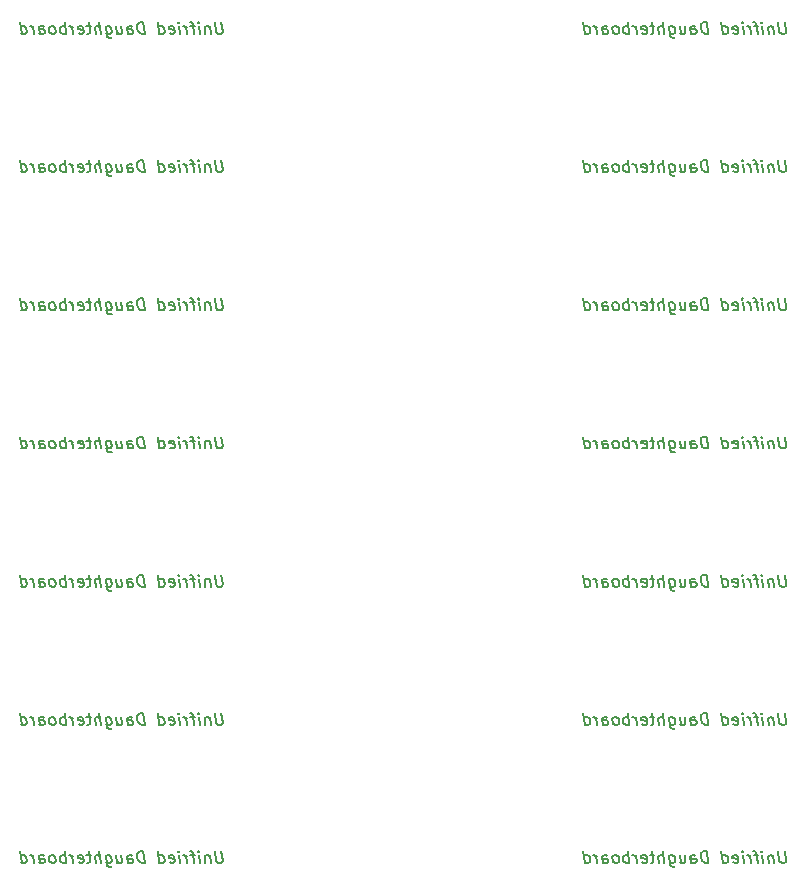
<source format=gbr>
%TF.GenerationSoftware,KiCad,Pcbnew,(6.0.0)*%
%TF.CreationDate,2022-02-04T14:46:28-05:00*%
%TF.ProjectId,Panel v2,50616e65-6c20-4763-922e-6b696361645f,rev?*%
%TF.SameCoordinates,Original*%
%TF.FileFunction,Legend,Bot*%
%TF.FilePolarity,Positive*%
%FSLAX46Y46*%
G04 Gerber Fmt 4.6, Leading zero omitted, Abs format (unit mm)*
G04 Created by KiCad (PCBNEW (6.0.0)) date 2022-02-04 14:46:28*
%MOMM*%
%LPD*%
G01*
G04 APERTURE LIST*
%ADD10C,0.150000*%
G04 APERTURE END LIST*
D10*
X106188484Y-118502397D02*
X106289674Y-119311921D01*
X106253960Y-119407159D01*
X106212293Y-119454778D01*
X106123007Y-119502397D01*
X105932531Y-119502397D01*
X105831341Y-119454778D01*
X105777769Y-119407159D01*
X105718246Y-119311921D01*
X105617055Y-118502397D01*
X105182531Y-118835731D02*
X105265865Y-119502397D01*
X105194436Y-118930969D02*
X105140865Y-118883350D01*
X105039674Y-118835731D01*
X104896817Y-118835731D01*
X104807531Y-118883350D01*
X104771817Y-118978588D01*
X104837293Y-119502397D01*
X104361103Y-119502397D02*
X104277769Y-118835731D01*
X104236103Y-118502397D02*
X104289674Y-118550017D01*
X104248007Y-118597636D01*
X104194436Y-118550017D01*
X104236103Y-118502397D01*
X104248007Y-118597636D01*
X103944436Y-118835731D02*
X103563484Y-118835731D01*
X103884912Y-119502397D02*
X103777769Y-118645255D01*
X103718246Y-118550017D01*
X103617055Y-118502397D01*
X103521817Y-118502397D01*
X103313484Y-119502397D02*
X103230150Y-118835731D01*
X103253960Y-119026207D02*
X103194436Y-118930969D01*
X103140865Y-118883350D01*
X103039674Y-118835731D01*
X102944436Y-118835731D01*
X102694436Y-119502397D02*
X102611103Y-118835731D01*
X102569436Y-118502397D02*
X102623007Y-118550017D01*
X102581341Y-118597636D01*
X102527769Y-118550017D01*
X102569436Y-118502397D01*
X102581341Y-118597636D01*
X101831341Y-119454778D02*
X101932531Y-119502397D01*
X102123007Y-119502397D01*
X102212293Y-119454778D01*
X102248007Y-119359540D01*
X102200388Y-118978588D01*
X102140865Y-118883350D01*
X102039674Y-118835731D01*
X101849198Y-118835731D01*
X101759912Y-118883350D01*
X101724198Y-118978588D01*
X101736103Y-119073826D01*
X102224198Y-119169064D01*
X100932531Y-119502397D02*
X100807531Y-118502397D01*
X100926579Y-119454778D02*
X101027769Y-119502397D01*
X101218246Y-119502397D01*
X101307531Y-119454778D01*
X101349198Y-119407159D01*
X101384912Y-119311921D01*
X101349198Y-119026207D01*
X101289674Y-118930969D01*
X101236103Y-118883350D01*
X101134912Y-118835731D01*
X100944436Y-118835731D01*
X100855150Y-118883350D01*
X99694436Y-119502397D02*
X99569436Y-118502397D01*
X99331341Y-118502397D01*
X99194436Y-118550017D01*
X99111103Y-118645255D01*
X99075388Y-118740493D01*
X99051579Y-118930969D01*
X99069436Y-119073826D01*
X99140865Y-119264302D01*
X99200388Y-119359540D01*
X99307531Y-119454778D01*
X99456341Y-119502397D01*
X99694436Y-119502397D01*
X98265865Y-119502397D02*
X98200388Y-118978588D01*
X98236103Y-118883350D01*
X98325388Y-118835731D01*
X98515865Y-118835731D01*
X98617055Y-118883350D01*
X98259912Y-119454778D02*
X98361103Y-119502397D01*
X98599198Y-119502397D01*
X98688484Y-119454778D01*
X98724198Y-119359540D01*
X98712293Y-119264302D01*
X98652769Y-119169064D01*
X98551579Y-119121445D01*
X98313484Y-119121445D01*
X98212293Y-119073826D01*
X97277769Y-118835731D02*
X97361103Y-119502397D01*
X97706341Y-118835731D02*
X97771817Y-119359540D01*
X97736103Y-119454778D01*
X97646817Y-119502397D01*
X97503960Y-119502397D01*
X97402769Y-119454778D01*
X97349198Y-119407159D01*
X96373007Y-118835731D02*
X96474198Y-119645255D01*
X96533722Y-119740493D01*
X96587293Y-119788112D01*
X96688484Y-119835731D01*
X96831341Y-119835731D01*
X96920627Y-119788112D01*
X96450388Y-119454778D02*
X96551579Y-119502397D01*
X96742055Y-119502397D01*
X96831341Y-119454778D01*
X96873007Y-119407159D01*
X96908722Y-119311921D01*
X96873007Y-119026207D01*
X96813484Y-118930969D01*
X96759912Y-118883350D01*
X96658722Y-118835731D01*
X96468246Y-118835731D01*
X96378960Y-118883350D01*
X95980150Y-119502397D02*
X95855150Y-118502397D01*
X95551579Y-119502397D02*
X95486103Y-118978588D01*
X95521817Y-118883350D01*
X95611103Y-118835731D01*
X95753960Y-118835731D01*
X95855150Y-118883350D01*
X95908722Y-118930969D01*
X95134912Y-118835731D02*
X94753960Y-118835731D01*
X94950388Y-118502397D02*
X95057531Y-119359540D01*
X95021817Y-119454778D01*
X94932531Y-119502397D01*
X94837293Y-119502397D01*
X94117055Y-119454778D02*
X94218246Y-119502397D01*
X94408722Y-119502397D01*
X94498007Y-119454778D01*
X94533722Y-119359540D01*
X94486103Y-118978588D01*
X94426579Y-118883350D01*
X94325388Y-118835731D01*
X94134912Y-118835731D01*
X94045627Y-118883350D01*
X94009912Y-118978588D01*
X94021817Y-119073826D01*
X94509912Y-119169064D01*
X93646817Y-119502397D02*
X93563484Y-118835731D01*
X93587293Y-119026207D02*
X93527769Y-118930969D01*
X93474198Y-118883350D01*
X93373007Y-118835731D01*
X93277769Y-118835731D01*
X93027769Y-119502397D02*
X92902769Y-118502397D01*
X92950388Y-118883350D02*
X92849198Y-118835731D01*
X92658722Y-118835731D01*
X92569436Y-118883350D01*
X92527769Y-118930969D01*
X92492055Y-119026207D01*
X92527769Y-119311921D01*
X92587293Y-119407159D01*
X92640865Y-119454778D01*
X92742055Y-119502397D01*
X92932531Y-119502397D01*
X93021817Y-119454778D01*
X91980150Y-119502397D02*
X92069436Y-119454778D01*
X92111103Y-119407159D01*
X92146817Y-119311921D01*
X92111103Y-119026207D01*
X92051579Y-118930969D01*
X91998007Y-118883350D01*
X91896817Y-118835731D01*
X91753960Y-118835731D01*
X91664674Y-118883350D01*
X91623007Y-118930969D01*
X91587293Y-119026207D01*
X91623007Y-119311921D01*
X91682531Y-119407159D01*
X91736103Y-119454778D01*
X91837293Y-119502397D01*
X91980150Y-119502397D01*
X90789674Y-119502397D02*
X90724198Y-118978588D01*
X90759912Y-118883350D01*
X90849198Y-118835731D01*
X91039674Y-118835731D01*
X91140865Y-118883350D01*
X90783722Y-119454778D02*
X90884912Y-119502397D01*
X91123007Y-119502397D01*
X91212293Y-119454778D01*
X91248007Y-119359540D01*
X91236103Y-119264302D01*
X91176579Y-119169064D01*
X91075388Y-119121445D01*
X90837293Y-119121445D01*
X90736103Y-119073826D01*
X90313484Y-119502397D02*
X90230150Y-118835731D01*
X90253960Y-119026207D02*
X90194436Y-118930969D01*
X90140865Y-118883350D01*
X90039674Y-118835731D01*
X89944436Y-118835731D01*
X89265865Y-119502397D02*
X89140865Y-118502397D01*
X89259912Y-119454778D02*
X89361103Y-119502397D01*
X89551579Y-119502397D01*
X89640865Y-119454778D01*
X89682531Y-119407159D01*
X89718246Y-119311921D01*
X89682531Y-119026207D01*
X89623007Y-118930969D01*
X89569436Y-118883350D01*
X89468246Y-118835731D01*
X89277769Y-118835731D01*
X89188484Y-118883350D01*
X106188484Y-60002382D02*
X106289674Y-60811906D01*
X106253960Y-60907144D01*
X106212293Y-60954763D01*
X106123007Y-61002382D01*
X105932531Y-61002382D01*
X105831341Y-60954763D01*
X105777769Y-60907144D01*
X105718246Y-60811906D01*
X105617055Y-60002382D01*
X105182531Y-60335716D02*
X105265865Y-61002382D01*
X105194436Y-60430954D02*
X105140865Y-60383335D01*
X105039674Y-60335716D01*
X104896817Y-60335716D01*
X104807531Y-60383335D01*
X104771817Y-60478573D01*
X104837293Y-61002382D01*
X104361103Y-61002382D02*
X104277769Y-60335716D01*
X104236103Y-60002382D02*
X104289674Y-60050002D01*
X104248007Y-60097621D01*
X104194436Y-60050002D01*
X104236103Y-60002382D01*
X104248007Y-60097621D01*
X103944436Y-60335716D02*
X103563484Y-60335716D01*
X103884912Y-61002382D02*
X103777769Y-60145240D01*
X103718246Y-60050002D01*
X103617055Y-60002382D01*
X103521817Y-60002382D01*
X103313484Y-61002382D02*
X103230150Y-60335716D01*
X103253960Y-60526192D02*
X103194436Y-60430954D01*
X103140865Y-60383335D01*
X103039674Y-60335716D01*
X102944436Y-60335716D01*
X102694436Y-61002382D02*
X102611103Y-60335716D01*
X102569436Y-60002382D02*
X102623007Y-60050002D01*
X102581341Y-60097621D01*
X102527769Y-60050002D01*
X102569436Y-60002382D01*
X102581341Y-60097621D01*
X101831341Y-60954763D02*
X101932531Y-61002382D01*
X102123007Y-61002382D01*
X102212293Y-60954763D01*
X102248007Y-60859525D01*
X102200388Y-60478573D01*
X102140865Y-60383335D01*
X102039674Y-60335716D01*
X101849198Y-60335716D01*
X101759912Y-60383335D01*
X101724198Y-60478573D01*
X101736103Y-60573811D01*
X102224198Y-60669049D01*
X100932531Y-61002382D02*
X100807531Y-60002382D01*
X100926579Y-60954763D02*
X101027769Y-61002382D01*
X101218246Y-61002382D01*
X101307531Y-60954763D01*
X101349198Y-60907144D01*
X101384912Y-60811906D01*
X101349198Y-60526192D01*
X101289674Y-60430954D01*
X101236103Y-60383335D01*
X101134912Y-60335716D01*
X100944436Y-60335716D01*
X100855150Y-60383335D01*
X99694436Y-61002382D02*
X99569436Y-60002382D01*
X99331341Y-60002382D01*
X99194436Y-60050002D01*
X99111103Y-60145240D01*
X99075388Y-60240478D01*
X99051579Y-60430954D01*
X99069436Y-60573811D01*
X99140865Y-60764287D01*
X99200388Y-60859525D01*
X99307531Y-60954763D01*
X99456341Y-61002382D01*
X99694436Y-61002382D01*
X98265865Y-61002382D02*
X98200388Y-60478573D01*
X98236103Y-60383335D01*
X98325388Y-60335716D01*
X98515865Y-60335716D01*
X98617055Y-60383335D01*
X98259912Y-60954763D02*
X98361103Y-61002382D01*
X98599198Y-61002382D01*
X98688484Y-60954763D01*
X98724198Y-60859525D01*
X98712293Y-60764287D01*
X98652769Y-60669049D01*
X98551579Y-60621430D01*
X98313484Y-60621430D01*
X98212293Y-60573811D01*
X97277769Y-60335716D02*
X97361103Y-61002382D01*
X97706341Y-60335716D02*
X97771817Y-60859525D01*
X97736103Y-60954763D01*
X97646817Y-61002382D01*
X97503960Y-61002382D01*
X97402769Y-60954763D01*
X97349198Y-60907144D01*
X96373007Y-60335716D02*
X96474198Y-61145240D01*
X96533722Y-61240478D01*
X96587293Y-61288097D01*
X96688484Y-61335716D01*
X96831341Y-61335716D01*
X96920627Y-61288097D01*
X96450388Y-60954763D02*
X96551579Y-61002382D01*
X96742055Y-61002382D01*
X96831341Y-60954763D01*
X96873007Y-60907144D01*
X96908722Y-60811906D01*
X96873007Y-60526192D01*
X96813484Y-60430954D01*
X96759912Y-60383335D01*
X96658722Y-60335716D01*
X96468246Y-60335716D01*
X96378960Y-60383335D01*
X95980150Y-61002382D02*
X95855150Y-60002382D01*
X95551579Y-61002382D02*
X95486103Y-60478573D01*
X95521817Y-60383335D01*
X95611103Y-60335716D01*
X95753960Y-60335716D01*
X95855150Y-60383335D01*
X95908722Y-60430954D01*
X95134912Y-60335716D02*
X94753960Y-60335716D01*
X94950388Y-60002382D02*
X95057531Y-60859525D01*
X95021817Y-60954763D01*
X94932531Y-61002382D01*
X94837293Y-61002382D01*
X94117055Y-60954763D02*
X94218246Y-61002382D01*
X94408722Y-61002382D01*
X94498007Y-60954763D01*
X94533722Y-60859525D01*
X94486103Y-60478573D01*
X94426579Y-60383335D01*
X94325388Y-60335716D01*
X94134912Y-60335716D01*
X94045627Y-60383335D01*
X94009912Y-60478573D01*
X94021817Y-60573811D01*
X94509912Y-60669049D01*
X93646817Y-61002382D02*
X93563484Y-60335716D01*
X93587293Y-60526192D02*
X93527769Y-60430954D01*
X93474198Y-60383335D01*
X93373007Y-60335716D01*
X93277769Y-60335716D01*
X93027769Y-61002382D02*
X92902769Y-60002382D01*
X92950388Y-60383335D02*
X92849198Y-60335716D01*
X92658722Y-60335716D01*
X92569436Y-60383335D01*
X92527769Y-60430954D01*
X92492055Y-60526192D01*
X92527769Y-60811906D01*
X92587293Y-60907144D01*
X92640865Y-60954763D01*
X92742055Y-61002382D01*
X92932531Y-61002382D01*
X93021817Y-60954763D01*
X91980150Y-61002382D02*
X92069436Y-60954763D01*
X92111103Y-60907144D01*
X92146817Y-60811906D01*
X92111103Y-60526192D01*
X92051579Y-60430954D01*
X91998007Y-60383335D01*
X91896817Y-60335716D01*
X91753960Y-60335716D01*
X91664674Y-60383335D01*
X91623007Y-60430954D01*
X91587293Y-60526192D01*
X91623007Y-60811906D01*
X91682531Y-60907144D01*
X91736103Y-60954763D01*
X91837293Y-61002382D01*
X91980150Y-61002382D01*
X90789674Y-61002382D02*
X90724198Y-60478573D01*
X90759912Y-60383335D01*
X90849198Y-60335716D01*
X91039674Y-60335716D01*
X91140865Y-60383335D01*
X90783722Y-60954763D02*
X90884912Y-61002382D01*
X91123007Y-61002382D01*
X91212293Y-60954763D01*
X91248007Y-60859525D01*
X91236103Y-60764287D01*
X91176579Y-60669049D01*
X91075388Y-60621430D01*
X90837293Y-60621430D01*
X90736103Y-60573811D01*
X90313484Y-61002382D02*
X90230150Y-60335716D01*
X90253960Y-60526192D02*
X90194436Y-60430954D01*
X90140865Y-60383335D01*
X90039674Y-60335716D01*
X89944436Y-60335716D01*
X89265865Y-61002382D02*
X89140865Y-60002382D01*
X89259912Y-60954763D02*
X89361103Y-61002382D01*
X89551579Y-61002382D01*
X89640865Y-60954763D01*
X89682531Y-60907144D01*
X89718246Y-60811906D01*
X89682531Y-60526192D01*
X89623007Y-60430954D01*
X89569436Y-60383335D01*
X89468246Y-60335716D01*
X89277769Y-60335716D01*
X89188484Y-60383335D01*
X58488481Y-106802394D02*
X58589671Y-107611918D01*
X58553957Y-107707156D01*
X58512290Y-107754775D01*
X58423004Y-107802394D01*
X58232528Y-107802394D01*
X58131338Y-107754775D01*
X58077766Y-107707156D01*
X58018243Y-107611918D01*
X57917052Y-106802394D01*
X57482528Y-107135728D02*
X57565862Y-107802394D01*
X57494433Y-107230966D02*
X57440862Y-107183347D01*
X57339671Y-107135728D01*
X57196814Y-107135728D01*
X57107528Y-107183347D01*
X57071814Y-107278585D01*
X57137290Y-107802394D01*
X56661100Y-107802394D02*
X56577766Y-107135728D01*
X56536100Y-106802394D02*
X56589671Y-106850014D01*
X56548004Y-106897633D01*
X56494433Y-106850014D01*
X56536100Y-106802394D01*
X56548004Y-106897633D01*
X56244433Y-107135728D02*
X55863481Y-107135728D01*
X56184909Y-107802394D02*
X56077766Y-106945252D01*
X56018243Y-106850014D01*
X55917052Y-106802394D01*
X55821814Y-106802394D01*
X55613481Y-107802394D02*
X55530147Y-107135728D01*
X55553957Y-107326204D02*
X55494433Y-107230966D01*
X55440862Y-107183347D01*
X55339671Y-107135728D01*
X55244433Y-107135728D01*
X54994433Y-107802394D02*
X54911100Y-107135728D01*
X54869433Y-106802394D02*
X54923004Y-106850014D01*
X54881338Y-106897633D01*
X54827766Y-106850014D01*
X54869433Y-106802394D01*
X54881338Y-106897633D01*
X54131338Y-107754775D02*
X54232528Y-107802394D01*
X54423004Y-107802394D01*
X54512290Y-107754775D01*
X54548004Y-107659537D01*
X54500385Y-107278585D01*
X54440862Y-107183347D01*
X54339671Y-107135728D01*
X54149195Y-107135728D01*
X54059909Y-107183347D01*
X54024195Y-107278585D01*
X54036100Y-107373823D01*
X54524195Y-107469061D01*
X53232528Y-107802394D02*
X53107528Y-106802394D01*
X53226576Y-107754775D02*
X53327766Y-107802394D01*
X53518243Y-107802394D01*
X53607528Y-107754775D01*
X53649195Y-107707156D01*
X53684909Y-107611918D01*
X53649195Y-107326204D01*
X53589671Y-107230966D01*
X53536100Y-107183347D01*
X53434909Y-107135728D01*
X53244433Y-107135728D01*
X53155147Y-107183347D01*
X51994433Y-107802394D02*
X51869433Y-106802394D01*
X51631338Y-106802394D01*
X51494433Y-106850014D01*
X51411100Y-106945252D01*
X51375385Y-107040490D01*
X51351576Y-107230966D01*
X51369433Y-107373823D01*
X51440862Y-107564299D01*
X51500385Y-107659537D01*
X51607528Y-107754775D01*
X51756338Y-107802394D01*
X51994433Y-107802394D01*
X50565862Y-107802394D02*
X50500385Y-107278585D01*
X50536100Y-107183347D01*
X50625385Y-107135728D01*
X50815862Y-107135728D01*
X50917052Y-107183347D01*
X50559909Y-107754775D02*
X50661100Y-107802394D01*
X50899195Y-107802394D01*
X50988481Y-107754775D01*
X51024195Y-107659537D01*
X51012290Y-107564299D01*
X50952766Y-107469061D01*
X50851576Y-107421442D01*
X50613481Y-107421442D01*
X50512290Y-107373823D01*
X49577766Y-107135728D02*
X49661100Y-107802394D01*
X50006338Y-107135728D02*
X50071814Y-107659537D01*
X50036100Y-107754775D01*
X49946814Y-107802394D01*
X49803957Y-107802394D01*
X49702766Y-107754775D01*
X49649195Y-107707156D01*
X48673004Y-107135728D02*
X48774195Y-107945252D01*
X48833719Y-108040490D01*
X48887290Y-108088109D01*
X48988481Y-108135728D01*
X49131338Y-108135728D01*
X49220624Y-108088109D01*
X48750385Y-107754775D02*
X48851576Y-107802394D01*
X49042052Y-107802394D01*
X49131338Y-107754775D01*
X49173004Y-107707156D01*
X49208719Y-107611918D01*
X49173004Y-107326204D01*
X49113481Y-107230966D01*
X49059909Y-107183347D01*
X48958719Y-107135728D01*
X48768243Y-107135728D01*
X48678957Y-107183347D01*
X48280147Y-107802394D02*
X48155147Y-106802394D01*
X47851576Y-107802394D02*
X47786100Y-107278585D01*
X47821814Y-107183347D01*
X47911100Y-107135728D01*
X48053957Y-107135728D01*
X48155147Y-107183347D01*
X48208719Y-107230966D01*
X47434909Y-107135728D02*
X47053957Y-107135728D01*
X47250385Y-106802394D02*
X47357528Y-107659537D01*
X47321814Y-107754775D01*
X47232528Y-107802394D01*
X47137290Y-107802394D01*
X46417052Y-107754775D02*
X46518243Y-107802394D01*
X46708719Y-107802394D01*
X46798004Y-107754775D01*
X46833719Y-107659537D01*
X46786100Y-107278585D01*
X46726576Y-107183347D01*
X46625385Y-107135728D01*
X46434909Y-107135728D01*
X46345624Y-107183347D01*
X46309909Y-107278585D01*
X46321814Y-107373823D01*
X46809909Y-107469061D01*
X45946814Y-107802394D02*
X45863481Y-107135728D01*
X45887290Y-107326204D02*
X45827766Y-107230966D01*
X45774195Y-107183347D01*
X45673004Y-107135728D01*
X45577766Y-107135728D01*
X45327766Y-107802394D02*
X45202766Y-106802394D01*
X45250385Y-107183347D02*
X45149195Y-107135728D01*
X44958719Y-107135728D01*
X44869433Y-107183347D01*
X44827766Y-107230966D01*
X44792052Y-107326204D01*
X44827766Y-107611918D01*
X44887290Y-107707156D01*
X44940862Y-107754775D01*
X45042052Y-107802394D01*
X45232528Y-107802394D01*
X45321814Y-107754775D01*
X44280147Y-107802394D02*
X44369433Y-107754775D01*
X44411100Y-107707156D01*
X44446814Y-107611918D01*
X44411100Y-107326204D01*
X44351576Y-107230966D01*
X44298004Y-107183347D01*
X44196814Y-107135728D01*
X44053957Y-107135728D01*
X43964671Y-107183347D01*
X43923004Y-107230966D01*
X43887290Y-107326204D01*
X43923004Y-107611918D01*
X43982528Y-107707156D01*
X44036100Y-107754775D01*
X44137290Y-107802394D01*
X44280147Y-107802394D01*
X43089671Y-107802394D02*
X43024195Y-107278585D01*
X43059909Y-107183347D01*
X43149195Y-107135728D01*
X43339671Y-107135728D01*
X43440862Y-107183347D01*
X43083719Y-107754775D02*
X43184909Y-107802394D01*
X43423004Y-107802394D01*
X43512290Y-107754775D01*
X43548004Y-107659537D01*
X43536100Y-107564299D01*
X43476576Y-107469061D01*
X43375385Y-107421442D01*
X43137290Y-107421442D01*
X43036100Y-107373823D01*
X42613481Y-107802394D02*
X42530147Y-107135728D01*
X42553957Y-107326204D02*
X42494433Y-107230966D01*
X42440862Y-107183347D01*
X42339671Y-107135728D01*
X42244433Y-107135728D01*
X41565862Y-107802394D02*
X41440862Y-106802394D01*
X41559909Y-107754775D02*
X41661100Y-107802394D01*
X41851576Y-107802394D01*
X41940862Y-107754775D01*
X41982528Y-107707156D01*
X42018243Y-107611918D01*
X41982528Y-107326204D01*
X41923004Y-107230966D01*
X41869433Y-107183347D01*
X41768243Y-107135728D01*
X41577766Y-107135728D01*
X41488481Y-107183347D01*
X106188484Y-48302379D02*
X106289674Y-49111903D01*
X106253960Y-49207141D01*
X106212293Y-49254760D01*
X106123007Y-49302379D01*
X105932531Y-49302379D01*
X105831341Y-49254760D01*
X105777769Y-49207141D01*
X105718246Y-49111903D01*
X105617055Y-48302379D01*
X105182531Y-48635713D02*
X105265865Y-49302379D01*
X105194436Y-48730951D02*
X105140865Y-48683332D01*
X105039674Y-48635713D01*
X104896817Y-48635713D01*
X104807531Y-48683332D01*
X104771817Y-48778570D01*
X104837293Y-49302379D01*
X104361103Y-49302379D02*
X104277769Y-48635713D01*
X104236103Y-48302379D02*
X104289674Y-48349999D01*
X104248007Y-48397618D01*
X104194436Y-48349999D01*
X104236103Y-48302379D01*
X104248007Y-48397618D01*
X103944436Y-48635713D02*
X103563484Y-48635713D01*
X103884912Y-49302379D02*
X103777769Y-48445237D01*
X103718246Y-48349999D01*
X103617055Y-48302379D01*
X103521817Y-48302379D01*
X103313484Y-49302379D02*
X103230150Y-48635713D01*
X103253960Y-48826189D02*
X103194436Y-48730951D01*
X103140865Y-48683332D01*
X103039674Y-48635713D01*
X102944436Y-48635713D01*
X102694436Y-49302379D02*
X102611103Y-48635713D01*
X102569436Y-48302379D02*
X102623007Y-48349999D01*
X102581341Y-48397618D01*
X102527769Y-48349999D01*
X102569436Y-48302379D01*
X102581341Y-48397618D01*
X101831341Y-49254760D02*
X101932531Y-49302379D01*
X102123007Y-49302379D01*
X102212293Y-49254760D01*
X102248007Y-49159522D01*
X102200388Y-48778570D01*
X102140865Y-48683332D01*
X102039674Y-48635713D01*
X101849198Y-48635713D01*
X101759912Y-48683332D01*
X101724198Y-48778570D01*
X101736103Y-48873808D01*
X102224198Y-48969046D01*
X100932531Y-49302379D02*
X100807531Y-48302379D01*
X100926579Y-49254760D02*
X101027769Y-49302379D01*
X101218246Y-49302379D01*
X101307531Y-49254760D01*
X101349198Y-49207141D01*
X101384912Y-49111903D01*
X101349198Y-48826189D01*
X101289674Y-48730951D01*
X101236103Y-48683332D01*
X101134912Y-48635713D01*
X100944436Y-48635713D01*
X100855150Y-48683332D01*
X99694436Y-49302379D02*
X99569436Y-48302379D01*
X99331341Y-48302379D01*
X99194436Y-48349999D01*
X99111103Y-48445237D01*
X99075388Y-48540475D01*
X99051579Y-48730951D01*
X99069436Y-48873808D01*
X99140865Y-49064284D01*
X99200388Y-49159522D01*
X99307531Y-49254760D01*
X99456341Y-49302379D01*
X99694436Y-49302379D01*
X98265865Y-49302379D02*
X98200388Y-48778570D01*
X98236103Y-48683332D01*
X98325388Y-48635713D01*
X98515865Y-48635713D01*
X98617055Y-48683332D01*
X98259912Y-49254760D02*
X98361103Y-49302379D01*
X98599198Y-49302379D01*
X98688484Y-49254760D01*
X98724198Y-49159522D01*
X98712293Y-49064284D01*
X98652769Y-48969046D01*
X98551579Y-48921427D01*
X98313484Y-48921427D01*
X98212293Y-48873808D01*
X97277769Y-48635713D02*
X97361103Y-49302379D01*
X97706341Y-48635713D02*
X97771817Y-49159522D01*
X97736103Y-49254760D01*
X97646817Y-49302379D01*
X97503960Y-49302379D01*
X97402769Y-49254760D01*
X97349198Y-49207141D01*
X96373007Y-48635713D02*
X96474198Y-49445237D01*
X96533722Y-49540475D01*
X96587293Y-49588094D01*
X96688484Y-49635713D01*
X96831341Y-49635713D01*
X96920627Y-49588094D01*
X96450388Y-49254760D02*
X96551579Y-49302379D01*
X96742055Y-49302379D01*
X96831341Y-49254760D01*
X96873007Y-49207141D01*
X96908722Y-49111903D01*
X96873007Y-48826189D01*
X96813484Y-48730951D01*
X96759912Y-48683332D01*
X96658722Y-48635713D01*
X96468246Y-48635713D01*
X96378960Y-48683332D01*
X95980150Y-49302379D02*
X95855150Y-48302379D01*
X95551579Y-49302379D02*
X95486103Y-48778570D01*
X95521817Y-48683332D01*
X95611103Y-48635713D01*
X95753960Y-48635713D01*
X95855150Y-48683332D01*
X95908722Y-48730951D01*
X95134912Y-48635713D02*
X94753960Y-48635713D01*
X94950388Y-48302379D02*
X95057531Y-49159522D01*
X95021817Y-49254760D01*
X94932531Y-49302379D01*
X94837293Y-49302379D01*
X94117055Y-49254760D02*
X94218246Y-49302379D01*
X94408722Y-49302379D01*
X94498007Y-49254760D01*
X94533722Y-49159522D01*
X94486103Y-48778570D01*
X94426579Y-48683332D01*
X94325388Y-48635713D01*
X94134912Y-48635713D01*
X94045627Y-48683332D01*
X94009912Y-48778570D01*
X94021817Y-48873808D01*
X94509912Y-48969046D01*
X93646817Y-49302379D02*
X93563484Y-48635713D01*
X93587293Y-48826189D02*
X93527769Y-48730951D01*
X93474198Y-48683332D01*
X93373007Y-48635713D01*
X93277769Y-48635713D01*
X93027769Y-49302379D02*
X92902769Y-48302379D01*
X92950388Y-48683332D02*
X92849198Y-48635713D01*
X92658722Y-48635713D01*
X92569436Y-48683332D01*
X92527769Y-48730951D01*
X92492055Y-48826189D01*
X92527769Y-49111903D01*
X92587293Y-49207141D01*
X92640865Y-49254760D01*
X92742055Y-49302379D01*
X92932531Y-49302379D01*
X93021817Y-49254760D01*
X91980150Y-49302379D02*
X92069436Y-49254760D01*
X92111103Y-49207141D01*
X92146817Y-49111903D01*
X92111103Y-48826189D01*
X92051579Y-48730951D01*
X91998007Y-48683332D01*
X91896817Y-48635713D01*
X91753960Y-48635713D01*
X91664674Y-48683332D01*
X91623007Y-48730951D01*
X91587293Y-48826189D01*
X91623007Y-49111903D01*
X91682531Y-49207141D01*
X91736103Y-49254760D01*
X91837293Y-49302379D01*
X91980150Y-49302379D01*
X90789674Y-49302379D02*
X90724198Y-48778570D01*
X90759912Y-48683332D01*
X90849198Y-48635713D01*
X91039674Y-48635713D01*
X91140865Y-48683332D01*
X90783722Y-49254760D02*
X90884912Y-49302379D01*
X91123007Y-49302379D01*
X91212293Y-49254760D01*
X91248007Y-49159522D01*
X91236103Y-49064284D01*
X91176579Y-48969046D01*
X91075388Y-48921427D01*
X90837293Y-48921427D01*
X90736103Y-48873808D01*
X90313484Y-49302379D02*
X90230150Y-48635713D01*
X90253960Y-48826189D02*
X90194436Y-48730951D01*
X90140865Y-48683332D01*
X90039674Y-48635713D01*
X89944436Y-48635713D01*
X89265865Y-49302379D02*
X89140865Y-48302379D01*
X89259912Y-49254760D02*
X89361103Y-49302379D01*
X89551579Y-49302379D01*
X89640865Y-49254760D01*
X89682531Y-49207141D01*
X89718246Y-49111903D01*
X89682531Y-48826189D01*
X89623007Y-48730951D01*
X89569436Y-48683332D01*
X89468246Y-48635713D01*
X89277769Y-48635713D01*
X89188484Y-48683332D01*
X58488481Y-83402388D02*
X58589671Y-84211912D01*
X58553957Y-84307150D01*
X58512290Y-84354769D01*
X58423004Y-84402388D01*
X58232528Y-84402388D01*
X58131338Y-84354769D01*
X58077766Y-84307150D01*
X58018243Y-84211912D01*
X57917052Y-83402388D01*
X57482528Y-83735722D02*
X57565862Y-84402388D01*
X57494433Y-83830960D02*
X57440862Y-83783341D01*
X57339671Y-83735722D01*
X57196814Y-83735722D01*
X57107528Y-83783341D01*
X57071814Y-83878579D01*
X57137290Y-84402388D01*
X56661100Y-84402388D02*
X56577766Y-83735722D01*
X56536100Y-83402388D02*
X56589671Y-83450008D01*
X56548004Y-83497627D01*
X56494433Y-83450008D01*
X56536100Y-83402388D01*
X56548004Y-83497627D01*
X56244433Y-83735722D02*
X55863481Y-83735722D01*
X56184909Y-84402388D02*
X56077766Y-83545246D01*
X56018243Y-83450008D01*
X55917052Y-83402388D01*
X55821814Y-83402388D01*
X55613481Y-84402388D02*
X55530147Y-83735722D01*
X55553957Y-83926198D02*
X55494433Y-83830960D01*
X55440862Y-83783341D01*
X55339671Y-83735722D01*
X55244433Y-83735722D01*
X54994433Y-84402388D02*
X54911100Y-83735722D01*
X54869433Y-83402388D02*
X54923004Y-83450008D01*
X54881338Y-83497627D01*
X54827766Y-83450008D01*
X54869433Y-83402388D01*
X54881338Y-83497627D01*
X54131338Y-84354769D02*
X54232528Y-84402388D01*
X54423004Y-84402388D01*
X54512290Y-84354769D01*
X54548004Y-84259531D01*
X54500385Y-83878579D01*
X54440862Y-83783341D01*
X54339671Y-83735722D01*
X54149195Y-83735722D01*
X54059909Y-83783341D01*
X54024195Y-83878579D01*
X54036100Y-83973817D01*
X54524195Y-84069055D01*
X53232528Y-84402388D02*
X53107528Y-83402388D01*
X53226576Y-84354769D02*
X53327766Y-84402388D01*
X53518243Y-84402388D01*
X53607528Y-84354769D01*
X53649195Y-84307150D01*
X53684909Y-84211912D01*
X53649195Y-83926198D01*
X53589671Y-83830960D01*
X53536100Y-83783341D01*
X53434909Y-83735722D01*
X53244433Y-83735722D01*
X53155147Y-83783341D01*
X51994433Y-84402388D02*
X51869433Y-83402388D01*
X51631338Y-83402388D01*
X51494433Y-83450008D01*
X51411100Y-83545246D01*
X51375385Y-83640484D01*
X51351576Y-83830960D01*
X51369433Y-83973817D01*
X51440862Y-84164293D01*
X51500385Y-84259531D01*
X51607528Y-84354769D01*
X51756338Y-84402388D01*
X51994433Y-84402388D01*
X50565862Y-84402388D02*
X50500385Y-83878579D01*
X50536100Y-83783341D01*
X50625385Y-83735722D01*
X50815862Y-83735722D01*
X50917052Y-83783341D01*
X50559909Y-84354769D02*
X50661100Y-84402388D01*
X50899195Y-84402388D01*
X50988481Y-84354769D01*
X51024195Y-84259531D01*
X51012290Y-84164293D01*
X50952766Y-84069055D01*
X50851576Y-84021436D01*
X50613481Y-84021436D01*
X50512290Y-83973817D01*
X49577766Y-83735722D02*
X49661100Y-84402388D01*
X50006338Y-83735722D02*
X50071814Y-84259531D01*
X50036100Y-84354769D01*
X49946814Y-84402388D01*
X49803957Y-84402388D01*
X49702766Y-84354769D01*
X49649195Y-84307150D01*
X48673004Y-83735722D02*
X48774195Y-84545246D01*
X48833719Y-84640484D01*
X48887290Y-84688103D01*
X48988481Y-84735722D01*
X49131338Y-84735722D01*
X49220624Y-84688103D01*
X48750385Y-84354769D02*
X48851576Y-84402388D01*
X49042052Y-84402388D01*
X49131338Y-84354769D01*
X49173004Y-84307150D01*
X49208719Y-84211912D01*
X49173004Y-83926198D01*
X49113481Y-83830960D01*
X49059909Y-83783341D01*
X48958719Y-83735722D01*
X48768243Y-83735722D01*
X48678957Y-83783341D01*
X48280147Y-84402388D02*
X48155147Y-83402388D01*
X47851576Y-84402388D02*
X47786100Y-83878579D01*
X47821814Y-83783341D01*
X47911100Y-83735722D01*
X48053957Y-83735722D01*
X48155147Y-83783341D01*
X48208719Y-83830960D01*
X47434909Y-83735722D02*
X47053957Y-83735722D01*
X47250385Y-83402388D02*
X47357528Y-84259531D01*
X47321814Y-84354769D01*
X47232528Y-84402388D01*
X47137290Y-84402388D01*
X46417052Y-84354769D02*
X46518243Y-84402388D01*
X46708719Y-84402388D01*
X46798004Y-84354769D01*
X46833719Y-84259531D01*
X46786100Y-83878579D01*
X46726576Y-83783341D01*
X46625385Y-83735722D01*
X46434909Y-83735722D01*
X46345624Y-83783341D01*
X46309909Y-83878579D01*
X46321814Y-83973817D01*
X46809909Y-84069055D01*
X45946814Y-84402388D02*
X45863481Y-83735722D01*
X45887290Y-83926198D02*
X45827766Y-83830960D01*
X45774195Y-83783341D01*
X45673004Y-83735722D01*
X45577766Y-83735722D01*
X45327766Y-84402388D02*
X45202766Y-83402388D01*
X45250385Y-83783341D02*
X45149195Y-83735722D01*
X44958719Y-83735722D01*
X44869433Y-83783341D01*
X44827766Y-83830960D01*
X44792052Y-83926198D01*
X44827766Y-84211912D01*
X44887290Y-84307150D01*
X44940862Y-84354769D01*
X45042052Y-84402388D01*
X45232528Y-84402388D01*
X45321814Y-84354769D01*
X44280147Y-84402388D02*
X44369433Y-84354769D01*
X44411100Y-84307150D01*
X44446814Y-84211912D01*
X44411100Y-83926198D01*
X44351576Y-83830960D01*
X44298004Y-83783341D01*
X44196814Y-83735722D01*
X44053957Y-83735722D01*
X43964671Y-83783341D01*
X43923004Y-83830960D01*
X43887290Y-83926198D01*
X43923004Y-84211912D01*
X43982528Y-84307150D01*
X44036100Y-84354769D01*
X44137290Y-84402388D01*
X44280147Y-84402388D01*
X43089671Y-84402388D02*
X43024195Y-83878579D01*
X43059909Y-83783341D01*
X43149195Y-83735722D01*
X43339671Y-83735722D01*
X43440862Y-83783341D01*
X43083719Y-84354769D02*
X43184909Y-84402388D01*
X43423004Y-84402388D01*
X43512290Y-84354769D01*
X43548004Y-84259531D01*
X43536100Y-84164293D01*
X43476576Y-84069055D01*
X43375385Y-84021436D01*
X43137290Y-84021436D01*
X43036100Y-83973817D01*
X42613481Y-84402388D02*
X42530147Y-83735722D01*
X42553957Y-83926198D02*
X42494433Y-83830960D01*
X42440862Y-83783341D01*
X42339671Y-83735722D01*
X42244433Y-83735722D01*
X41565862Y-84402388D02*
X41440862Y-83402388D01*
X41559909Y-84354769D02*
X41661100Y-84402388D01*
X41851576Y-84402388D01*
X41940862Y-84354769D01*
X41982528Y-84307150D01*
X42018243Y-84211912D01*
X41982528Y-83926198D01*
X41923004Y-83830960D01*
X41869433Y-83783341D01*
X41768243Y-83735722D01*
X41577766Y-83735722D01*
X41488481Y-83783341D01*
X106188484Y-95102391D02*
X106289674Y-95911915D01*
X106253960Y-96007153D01*
X106212293Y-96054772D01*
X106123007Y-96102391D01*
X105932531Y-96102391D01*
X105831341Y-96054772D01*
X105777769Y-96007153D01*
X105718246Y-95911915D01*
X105617055Y-95102391D01*
X105182531Y-95435725D02*
X105265865Y-96102391D01*
X105194436Y-95530963D02*
X105140865Y-95483344D01*
X105039674Y-95435725D01*
X104896817Y-95435725D01*
X104807531Y-95483344D01*
X104771817Y-95578582D01*
X104837293Y-96102391D01*
X104361103Y-96102391D02*
X104277769Y-95435725D01*
X104236103Y-95102391D02*
X104289674Y-95150011D01*
X104248007Y-95197630D01*
X104194436Y-95150011D01*
X104236103Y-95102391D01*
X104248007Y-95197630D01*
X103944436Y-95435725D02*
X103563484Y-95435725D01*
X103884912Y-96102391D02*
X103777769Y-95245249D01*
X103718246Y-95150011D01*
X103617055Y-95102391D01*
X103521817Y-95102391D01*
X103313484Y-96102391D02*
X103230150Y-95435725D01*
X103253960Y-95626201D02*
X103194436Y-95530963D01*
X103140865Y-95483344D01*
X103039674Y-95435725D01*
X102944436Y-95435725D01*
X102694436Y-96102391D02*
X102611103Y-95435725D01*
X102569436Y-95102391D02*
X102623007Y-95150011D01*
X102581341Y-95197630D01*
X102527769Y-95150011D01*
X102569436Y-95102391D01*
X102581341Y-95197630D01*
X101831341Y-96054772D02*
X101932531Y-96102391D01*
X102123007Y-96102391D01*
X102212293Y-96054772D01*
X102248007Y-95959534D01*
X102200388Y-95578582D01*
X102140865Y-95483344D01*
X102039674Y-95435725D01*
X101849198Y-95435725D01*
X101759912Y-95483344D01*
X101724198Y-95578582D01*
X101736103Y-95673820D01*
X102224198Y-95769058D01*
X100932531Y-96102391D02*
X100807531Y-95102391D01*
X100926579Y-96054772D02*
X101027769Y-96102391D01*
X101218246Y-96102391D01*
X101307531Y-96054772D01*
X101349198Y-96007153D01*
X101384912Y-95911915D01*
X101349198Y-95626201D01*
X101289674Y-95530963D01*
X101236103Y-95483344D01*
X101134912Y-95435725D01*
X100944436Y-95435725D01*
X100855150Y-95483344D01*
X99694436Y-96102391D02*
X99569436Y-95102391D01*
X99331341Y-95102391D01*
X99194436Y-95150011D01*
X99111103Y-95245249D01*
X99075388Y-95340487D01*
X99051579Y-95530963D01*
X99069436Y-95673820D01*
X99140865Y-95864296D01*
X99200388Y-95959534D01*
X99307531Y-96054772D01*
X99456341Y-96102391D01*
X99694436Y-96102391D01*
X98265865Y-96102391D02*
X98200388Y-95578582D01*
X98236103Y-95483344D01*
X98325388Y-95435725D01*
X98515865Y-95435725D01*
X98617055Y-95483344D01*
X98259912Y-96054772D02*
X98361103Y-96102391D01*
X98599198Y-96102391D01*
X98688484Y-96054772D01*
X98724198Y-95959534D01*
X98712293Y-95864296D01*
X98652769Y-95769058D01*
X98551579Y-95721439D01*
X98313484Y-95721439D01*
X98212293Y-95673820D01*
X97277769Y-95435725D02*
X97361103Y-96102391D01*
X97706341Y-95435725D02*
X97771817Y-95959534D01*
X97736103Y-96054772D01*
X97646817Y-96102391D01*
X97503960Y-96102391D01*
X97402769Y-96054772D01*
X97349198Y-96007153D01*
X96373007Y-95435725D02*
X96474198Y-96245249D01*
X96533722Y-96340487D01*
X96587293Y-96388106D01*
X96688484Y-96435725D01*
X96831341Y-96435725D01*
X96920627Y-96388106D01*
X96450388Y-96054772D02*
X96551579Y-96102391D01*
X96742055Y-96102391D01*
X96831341Y-96054772D01*
X96873007Y-96007153D01*
X96908722Y-95911915D01*
X96873007Y-95626201D01*
X96813484Y-95530963D01*
X96759912Y-95483344D01*
X96658722Y-95435725D01*
X96468246Y-95435725D01*
X96378960Y-95483344D01*
X95980150Y-96102391D02*
X95855150Y-95102391D01*
X95551579Y-96102391D02*
X95486103Y-95578582D01*
X95521817Y-95483344D01*
X95611103Y-95435725D01*
X95753960Y-95435725D01*
X95855150Y-95483344D01*
X95908722Y-95530963D01*
X95134912Y-95435725D02*
X94753960Y-95435725D01*
X94950388Y-95102391D02*
X95057531Y-95959534D01*
X95021817Y-96054772D01*
X94932531Y-96102391D01*
X94837293Y-96102391D01*
X94117055Y-96054772D02*
X94218246Y-96102391D01*
X94408722Y-96102391D01*
X94498007Y-96054772D01*
X94533722Y-95959534D01*
X94486103Y-95578582D01*
X94426579Y-95483344D01*
X94325388Y-95435725D01*
X94134912Y-95435725D01*
X94045627Y-95483344D01*
X94009912Y-95578582D01*
X94021817Y-95673820D01*
X94509912Y-95769058D01*
X93646817Y-96102391D02*
X93563484Y-95435725D01*
X93587293Y-95626201D02*
X93527769Y-95530963D01*
X93474198Y-95483344D01*
X93373007Y-95435725D01*
X93277769Y-95435725D01*
X93027769Y-96102391D02*
X92902769Y-95102391D01*
X92950388Y-95483344D02*
X92849198Y-95435725D01*
X92658722Y-95435725D01*
X92569436Y-95483344D01*
X92527769Y-95530963D01*
X92492055Y-95626201D01*
X92527769Y-95911915D01*
X92587293Y-96007153D01*
X92640865Y-96054772D01*
X92742055Y-96102391D01*
X92932531Y-96102391D01*
X93021817Y-96054772D01*
X91980150Y-96102391D02*
X92069436Y-96054772D01*
X92111103Y-96007153D01*
X92146817Y-95911915D01*
X92111103Y-95626201D01*
X92051579Y-95530963D01*
X91998007Y-95483344D01*
X91896817Y-95435725D01*
X91753960Y-95435725D01*
X91664674Y-95483344D01*
X91623007Y-95530963D01*
X91587293Y-95626201D01*
X91623007Y-95911915D01*
X91682531Y-96007153D01*
X91736103Y-96054772D01*
X91837293Y-96102391D01*
X91980150Y-96102391D01*
X90789674Y-96102391D02*
X90724198Y-95578582D01*
X90759912Y-95483344D01*
X90849198Y-95435725D01*
X91039674Y-95435725D01*
X91140865Y-95483344D01*
X90783722Y-96054772D02*
X90884912Y-96102391D01*
X91123007Y-96102391D01*
X91212293Y-96054772D01*
X91248007Y-95959534D01*
X91236103Y-95864296D01*
X91176579Y-95769058D01*
X91075388Y-95721439D01*
X90837293Y-95721439D01*
X90736103Y-95673820D01*
X90313484Y-96102391D02*
X90230150Y-95435725D01*
X90253960Y-95626201D02*
X90194436Y-95530963D01*
X90140865Y-95483344D01*
X90039674Y-95435725D01*
X89944436Y-95435725D01*
X89265865Y-96102391D02*
X89140865Y-95102391D01*
X89259912Y-96054772D02*
X89361103Y-96102391D01*
X89551579Y-96102391D01*
X89640865Y-96054772D01*
X89682531Y-96007153D01*
X89718246Y-95911915D01*
X89682531Y-95626201D01*
X89623007Y-95530963D01*
X89569436Y-95483344D01*
X89468246Y-95435725D01*
X89277769Y-95435725D01*
X89188484Y-95483344D01*
X106188484Y-83402388D02*
X106289674Y-84211912D01*
X106253960Y-84307150D01*
X106212293Y-84354769D01*
X106123007Y-84402388D01*
X105932531Y-84402388D01*
X105831341Y-84354769D01*
X105777769Y-84307150D01*
X105718246Y-84211912D01*
X105617055Y-83402388D01*
X105182531Y-83735722D02*
X105265865Y-84402388D01*
X105194436Y-83830960D02*
X105140865Y-83783341D01*
X105039674Y-83735722D01*
X104896817Y-83735722D01*
X104807531Y-83783341D01*
X104771817Y-83878579D01*
X104837293Y-84402388D01*
X104361103Y-84402388D02*
X104277769Y-83735722D01*
X104236103Y-83402388D02*
X104289674Y-83450008D01*
X104248007Y-83497627D01*
X104194436Y-83450008D01*
X104236103Y-83402388D01*
X104248007Y-83497627D01*
X103944436Y-83735722D02*
X103563484Y-83735722D01*
X103884912Y-84402388D02*
X103777769Y-83545246D01*
X103718246Y-83450008D01*
X103617055Y-83402388D01*
X103521817Y-83402388D01*
X103313484Y-84402388D02*
X103230150Y-83735722D01*
X103253960Y-83926198D02*
X103194436Y-83830960D01*
X103140865Y-83783341D01*
X103039674Y-83735722D01*
X102944436Y-83735722D01*
X102694436Y-84402388D02*
X102611103Y-83735722D01*
X102569436Y-83402388D02*
X102623007Y-83450008D01*
X102581341Y-83497627D01*
X102527769Y-83450008D01*
X102569436Y-83402388D01*
X102581341Y-83497627D01*
X101831341Y-84354769D02*
X101932531Y-84402388D01*
X102123007Y-84402388D01*
X102212293Y-84354769D01*
X102248007Y-84259531D01*
X102200388Y-83878579D01*
X102140865Y-83783341D01*
X102039674Y-83735722D01*
X101849198Y-83735722D01*
X101759912Y-83783341D01*
X101724198Y-83878579D01*
X101736103Y-83973817D01*
X102224198Y-84069055D01*
X100932531Y-84402388D02*
X100807531Y-83402388D01*
X100926579Y-84354769D02*
X101027769Y-84402388D01*
X101218246Y-84402388D01*
X101307531Y-84354769D01*
X101349198Y-84307150D01*
X101384912Y-84211912D01*
X101349198Y-83926198D01*
X101289674Y-83830960D01*
X101236103Y-83783341D01*
X101134912Y-83735722D01*
X100944436Y-83735722D01*
X100855150Y-83783341D01*
X99694436Y-84402388D02*
X99569436Y-83402388D01*
X99331341Y-83402388D01*
X99194436Y-83450008D01*
X99111103Y-83545246D01*
X99075388Y-83640484D01*
X99051579Y-83830960D01*
X99069436Y-83973817D01*
X99140865Y-84164293D01*
X99200388Y-84259531D01*
X99307531Y-84354769D01*
X99456341Y-84402388D01*
X99694436Y-84402388D01*
X98265865Y-84402388D02*
X98200388Y-83878579D01*
X98236103Y-83783341D01*
X98325388Y-83735722D01*
X98515865Y-83735722D01*
X98617055Y-83783341D01*
X98259912Y-84354769D02*
X98361103Y-84402388D01*
X98599198Y-84402388D01*
X98688484Y-84354769D01*
X98724198Y-84259531D01*
X98712293Y-84164293D01*
X98652769Y-84069055D01*
X98551579Y-84021436D01*
X98313484Y-84021436D01*
X98212293Y-83973817D01*
X97277769Y-83735722D02*
X97361103Y-84402388D01*
X97706341Y-83735722D02*
X97771817Y-84259531D01*
X97736103Y-84354769D01*
X97646817Y-84402388D01*
X97503960Y-84402388D01*
X97402769Y-84354769D01*
X97349198Y-84307150D01*
X96373007Y-83735722D02*
X96474198Y-84545246D01*
X96533722Y-84640484D01*
X96587293Y-84688103D01*
X96688484Y-84735722D01*
X96831341Y-84735722D01*
X96920627Y-84688103D01*
X96450388Y-84354769D02*
X96551579Y-84402388D01*
X96742055Y-84402388D01*
X96831341Y-84354769D01*
X96873007Y-84307150D01*
X96908722Y-84211912D01*
X96873007Y-83926198D01*
X96813484Y-83830960D01*
X96759912Y-83783341D01*
X96658722Y-83735722D01*
X96468246Y-83735722D01*
X96378960Y-83783341D01*
X95980150Y-84402388D02*
X95855150Y-83402388D01*
X95551579Y-84402388D02*
X95486103Y-83878579D01*
X95521817Y-83783341D01*
X95611103Y-83735722D01*
X95753960Y-83735722D01*
X95855150Y-83783341D01*
X95908722Y-83830960D01*
X95134912Y-83735722D02*
X94753960Y-83735722D01*
X94950388Y-83402388D02*
X95057531Y-84259531D01*
X95021817Y-84354769D01*
X94932531Y-84402388D01*
X94837293Y-84402388D01*
X94117055Y-84354769D02*
X94218246Y-84402388D01*
X94408722Y-84402388D01*
X94498007Y-84354769D01*
X94533722Y-84259531D01*
X94486103Y-83878579D01*
X94426579Y-83783341D01*
X94325388Y-83735722D01*
X94134912Y-83735722D01*
X94045627Y-83783341D01*
X94009912Y-83878579D01*
X94021817Y-83973817D01*
X94509912Y-84069055D01*
X93646817Y-84402388D02*
X93563484Y-83735722D01*
X93587293Y-83926198D02*
X93527769Y-83830960D01*
X93474198Y-83783341D01*
X93373007Y-83735722D01*
X93277769Y-83735722D01*
X93027769Y-84402388D02*
X92902769Y-83402388D01*
X92950388Y-83783341D02*
X92849198Y-83735722D01*
X92658722Y-83735722D01*
X92569436Y-83783341D01*
X92527769Y-83830960D01*
X92492055Y-83926198D01*
X92527769Y-84211912D01*
X92587293Y-84307150D01*
X92640865Y-84354769D01*
X92742055Y-84402388D01*
X92932531Y-84402388D01*
X93021817Y-84354769D01*
X91980150Y-84402388D02*
X92069436Y-84354769D01*
X92111103Y-84307150D01*
X92146817Y-84211912D01*
X92111103Y-83926198D01*
X92051579Y-83830960D01*
X91998007Y-83783341D01*
X91896817Y-83735722D01*
X91753960Y-83735722D01*
X91664674Y-83783341D01*
X91623007Y-83830960D01*
X91587293Y-83926198D01*
X91623007Y-84211912D01*
X91682531Y-84307150D01*
X91736103Y-84354769D01*
X91837293Y-84402388D01*
X91980150Y-84402388D01*
X90789674Y-84402388D02*
X90724198Y-83878579D01*
X90759912Y-83783341D01*
X90849198Y-83735722D01*
X91039674Y-83735722D01*
X91140865Y-83783341D01*
X90783722Y-84354769D02*
X90884912Y-84402388D01*
X91123007Y-84402388D01*
X91212293Y-84354769D01*
X91248007Y-84259531D01*
X91236103Y-84164293D01*
X91176579Y-84069055D01*
X91075388Y-84021436D01*
X90837293Y-84021436D01*
X90736103Y-83973817D01*
X90313484Y-84402388D02*
X90230150Y-83735722D01*
X90253960Y-83926198D02*
X90194436Y-83830960D01*
X90140865Y-83783341D01*
X90039674Y-83735722D01*
X89944436Y-83735722D01*
X89265865Y-84402388D02*
X89140865Y-83402388D01*
X89259912Y-84354769D02*
X89361103Y-84402388D01*
X89551579Y-84402388D01*
X89640865Y-84354769D01*
X89682531Y-84307150D01*
X89718246Y-84211912D01*
X89682531Y-83926198D01*
X89623007Y-83830960D01*
X89569436Y-83783341D01*
X89468246Y-83735722D01*
X89277769Y-83735722D01*
X89188484Y-83783341D01*
X106188484Y-71702385D02*
X106289674Y-72511909D01*
X106253960Y-72607147D01*
X106212293Y-72654766D01*
X106123007Y-72702385D01*
X105932531Y-72702385D01*
X105831341Y-72654766D01*
X105777769Y-72607147D01*
X105718246Y-72511909D01*
X105617055Y-71702385D01*
X105182531Y-72035719D02*
X105265865Y-72702385D01*
X105194436Y-72130957D02*
X105140865Y-72083338D01*
X105039674Y-72035719D01*
X104896817Y-72035719D01*
X104807531Y-72083338D01*
X104771817Y-72178576D01*
X104837293Y-72702385D01*
X104361103Y-72702385D02*
X104277769Y-72035719D01*
X104236103Y-71702385D02*
X104289674Y-71750005D01*
X104248007Y-71797624D01*
X104194436Y-71750005D01*
X104236103Y-71702385D01*
X104248007Y-71797624D01*
X103944436Y-72035719D02*
X103563484Y-72035719D01*
X103884912Y-72702385D02*
X103777769Y-71845243D01*
X103718246Y-71750005D01*
X103617055Y-71702385D01*
X103521817Y-71702385D01*
X103313484Y-72702385D02*
X103230150Y-72035719D01*
X103253960Y-72226195D02*
X103194436Y-72130957D01*
X103140865Y-72083338D01*
X103039674Y-72035719D01*
X102944436Y-72035719D01*
X102694436Y-72702385D02*
X102611103Y-72035719D01*
X102569436Y-71702385D02*
X102623007Y-71750005D01*
X102581341Y-71797624D01*
X102527769Y-71750005D01*
X102569436Y-71702385D01*
X102581341Y-71797624D01*
X101831341Y-72654766D02*
X101932531Y-72702385D01*
X102123007Y-72702385D01*
X102212293Y-72654766D01*
X102248007Y-72559528D01*
X102200388Y-72178576D01*
X102140865Y-72083338D01*
X102039674Y-72035719D01*
X101849198Y-72035719D01*
X101759912Y-72083338D01*
X101724198Y-72178576D01*
X101736103Y-72273814D01*
X102224198Y-72369052D01*
X100932531Y-72702385D02*
X100807531Y-71702385D01*
X100926579Y-72654766D02*
X101027769Y-72702385D01*
X101218246Y-72702385D01*
X101307531Y-72654766D01*
X101349198Y-72607147D01*
X101384912Y-72511909D01*
X101349198Y-72226195D01*
X101289674Y-72130957D01*
X101236103Y-72083338D01*
X101134912Y-72035719D01*
X100944436Y-72035719D01*
X100855150Y-72083338D01*
X99694436Y-72702385D02*
X99569436Y-71702385D01*
X99331341Y-71702385D01*
X99194436Y-71750005D01*
X99111103Y-71845243D01*
X99075388Y-71940481D01*
X99051579Y-72130957D01*
X99069436Y-72273814D01*
X99140865Y-72464290D01*
X99200388Y-72559528D01*
X99307531Y-72654766D01*
X99456341Y-72702385D01*
X99694436Y-72702385D01*
X98265865Y-72702385D02*
X98200388Y-72178576D01*
X98236103Y-72083338D01*
X98325388Y-72035719D01*
X98515865Y-72035719D01*
X98617055Y-72083338D01*
X98259912Y-72654766D02*
X98361103Y-72702385D01*
X98599198Y-72702385D01*
X98688484Y-72654766D01*
X98724198Y-72559528D01*
X98712293Y-72464290D01*
X98652769Y-72369052D01*
X98551579Y-72321433D01*
X98313484Y-72321433D01*
X98212293Y-72273814D01*
X97277769Y-72035719D02*
X97361103Y-72702385D01*
X97706341Y-72035719D02*
X97771817Y-72559528D01*
X97736103Y-72654766D01*
X97646817Y-72702385D01*
X97503960Y-72702385D01*
X97402769Y-72654766D01*
X97349198Y-72607147D01*
X96373007Y-72035719D02*
X96474198Y-72845243D01*
X96533722Y-72940481D01*
X96587293Y-72988100D01*
X96688484Y-73035719D01*
X96831341Y-73035719D01*
X96920627Y-72988100D01*
X96450388Y-72654766D02*
X96551579Y-72702385D01*
X96742055Y-72702385D01*
X96831341Y-72654766D01*
X96873007Y-72607147D01*
X96908722Y-72511909D01*
X96873007Y-72226195D01*
X96813484Y-72130957D01*
X96759912Y-72083338D01*
X96658722Y-72035719D01*
X96468246Y-72035719D01*
X96378960Y-72083338D01*
X95980150Y-72702385D02*
X95855150Y-71702385D01*
X95551579Y-72702385D02*
X95486103Y-72178576D01*
X95521817Y-72083338D01*
X95611103Y-72035719D01*
X95753960Y-72035719D01*
X95855150Y-72083338D01*
X95908722Y-72130957D01*
X95134912Y-72035719D02*
X94753960Y-72035719D01*
X94950388Y-71702385D02*
X95057531Y-72559528D01*
X95021817Y-72654766D01*
X94932531Y-72702385D01*
X94837293Y-72702385D01*
X94117055Y-72654766D02*
X94218246Y-72702385D01*
X94408722Y-72702385D01*
X94498007Y-72654766D01*
X94533722Y-72559528D01*
X94486103Y-72178576D01*
X94426579Y-72083338D01*
X94325388Y-72035719D01*
X94134912Y-72035719D01*
X94045627Y-72083338D01*
X94009912Y-72178576D01*
X94021817Y-72273814D01*
X94509912Y-72369052D01*
X93646817Y-72702385D02*
X93563484Y-72035719D01*
X93587293Y-72226195D02*
X93527769Y-72130957D01*
X93474198Y-72083338D01*
X93373007Y-72035719D01*
X93277769Y-72035719D01*
X93027769Y-72702385D02*
X92902769Y-71702385D01*
X92950388Y-72083338D02*
X92849198Y-72035719D01*
X92658722Y-72035719D01*
X92569436Y-72083338D01*
X92527769Y-72130957D01*
X92492055Y-72226195D01*
X92527769Y-72511909D01*
X92587293Y-72607147D01*
X92640865Y-72654766D01*
X92742055Y-72702385D01*
X92932531Y-72702385D01*
X93021817Y-72654766D01*
X91980150Y-72702385D02*
X92069436Y-72654766D01*
X92111103Y-72607147D01*
X92146817Y-72511909D01*
X92111103Y-72226195D01*
X92051579Y-72130957D01*
X91998007Y-72083338D01*
X91896817Y-72035719D01*
X91753960Y-72035719D01*
X91664674Y-72083338D01*
X91623007Y-72130957D01*
X91587293Y-72226195D01*
X91623007Y-72511909D01*
X91682531Y-72607147D01*
X91736103Y-72654766D01*
X91837293Y-72702385D01*
X91980150Y-72702385D01*
X90789674Y-72702385D02*
X90724198Y-72178576D01*
X90759912Y-72083338D01*
X90849198Y-72035719D01*
X91039674Y-72035719D01*
X91140865Y-72083338D01*
X90783722Y-72654766D02*
X90884912Y-72702385D01*
X91123007Y-72702385D01*
X91212293Y-72654766D01*
X91248007Y-72559528D01*
X91236103Y-72464290D01*
X91176579Y-72369052D01*
X91075388Y-72321433D01*
X90837293Y-72321433D01*
X90736103Y-72273814D01*
X90313484Y-72702385D02*
X90230150Y-72035719D01*
X90253960Y-72226195D02*
X90194436Y-72130957D01*
X90140865Y-72083338D01*
X90039674Y-72035719D01*
X89944436Y-72035719D01*
X89265865Y-72702385D02*
X89140865Y-71702385D01*
X89259912Y-72654766D02*
X89361103Y-72702385D01*
X89551579Y-72702385D01*
X89640865Y-72654766D01*
X89682531Y-72607147D01*
X89718246Y-72511909D01*
X89682531Y-72226195D01*
X89623007Y-72130957D01*
X89569436Y-72083338D01*
X89468246Y-72035719D01*
X89277769Y-72035719D01*
X89188484Y-72083338D01*
X58488481Y-60002382D02*
X58589671Y-60811906D01*
X58553957Y-60907144D01*
X58512290Y-60954763D01*
X58423004Y-61002382D01*
X58232528Y-61002382D01*
X58131338Y-60954763D01*
X58077766Y-60907144D01*
X58018243Y-60811906D01*
X57917052Y-60002382D01*
X57482528Y-60335716D02*
X57565862Y-61002382D01*
X57494433Y-60430954D02*
X57440862Y-60383335D01*
X57339671Y-60335716D01*
X57196814Y-60335716D01*
X57107528Y-60383335D01*
X57071814Y-60478573D01*
X57137290Y-61002382D01*
X56661100Y-61002382D02*
X56577766Y-60335716D01*
X56536100Y-60002382D02*
X56589671Y-60050002D01*
X56548004Y-60097621D01*
X56494433Y-60050002D01*
X56536100Y-60002382D01*
X56548004Y-60097621D01*
X56244433Y-60335716D02*
X55863481Y-60335716D01*
X56184909Y-61002382D02*
X56077766Y-60145240D01*
X56018243Y-60050002D01*
X55917052Y-60002382D01*
X55821814Y-60002382D01*
X55613481Y-61002382D02*
X55530147Y-60335716D01*
X55553957Y-60526192D02*
X55494433Y-60430954D01*
X55440862Y-60383335D01*
X55339671Y-60335716D01*
X55244433Y-60335716D01*
X54994433Y-61002382D02*
X54911100Y-60335716D01*
X54869433Y-60002382D02*
X54923004Y-60050002D01*
X54881338Y-60097621D01*
X54827766Y-60050002D01*
X54869433Y-60002382D01*
X54881338Y-60097621D01*
X54131338Y-60954763D02*
X54232528Y-61002382D01*
X54423004Y-61002382D01*
X54512290Y-60954763D01*
X54548004Y-60859525D01*
X54500385Y-60478573D01*
X54440862Y-60383335D01*
X54339671Y-60335716D01*
X54149195Y-60335716D01*
X54059909Y-60383335D01*
X54024195Y-60478573D01*
X54036100Y-60573811D01*
X54524195Y-60669049D01*
X53232528Y-61002382D02*
X53107528Y-60002382D01*
X53226576Y-60954763D02*
X53327766Y-61002382D01*
X53518243Y-61002382D01*
X53607528Y-60954763D01*
X53649195Y-60907144D01*
X53684909Y-60811906D01*
X53649195Y-60526192D01*
X53589671Y-60430954D01*
X53536100Y-60383335D01*
X53434909Y-60335716D01*
X53244433Y-60335716D01*
X53155147Y-60383335D01*
X51994433Y-61002382D02*
X51869433Y-60002382D01*
X51631338Y-60002382D01*
X51494433Y-60050002D01*
X51411100Y-60145240D01*
X51375385Y-60240478D01*
X51351576Y-60430954D01*
X51369433Y-60573811D01*
X51440862Y-60764287D01*
X51500385Y-60859525D01*
X51607528Y-60954763D01*
X51756338Y-61002382D01*
X51994433Y-61002382D01*
X50565862Y-61002382D02*
X50500385Y-60478573D01*
X50536100Y-60383335D01*
X50625385Y-60335716D01*
X50815862Y-60335716D01*
X50917052Y-60383335D01*
X50559909Y-60954763D02*
X50661100Y-61002382D01*
X50899195Y-61002382D01*
X50988481Y-60954763D01*
X51024195Y-60859525D01*
X51012290Y-60764287D01*
X50952766Y-60669049D01*
X50851576Y-60621430D01*
X50613481Y-60621430D01*
X50512290Y-60573811D01*
X49577766Y-60335716D02*
X49661100Y-61002382D01*
X50006338Y-60335716D02*
X50071814Y-60859525D01*
X50036100Y-60954763D01*
X49946814Y-61002382D01*
X49803957Y-61002382D01*
X49702766Y-60954763D01*
X49649195Y-60907144D01*
X48673004Y-60335716D02*
X48774195Y-61145240D01*
X48833719Y-61240478D01*
X48887290Y-61288097D01*
X48988481Y-61335716D01*
X49131338Y-61335716D01*
X49220624Y-61288097D01*
X48750385Y-60954763D02*
X48851576Y-61002382D01*
X49042052Y-61002382D01*
X49131338Y-60954763D01*
X49173004Y-60907144D01*
X49208719Y-60811906D01*
X49173004Y-60526192D01*
X49113481Y-60430954D01*
X49059909Y-60383335D01*
X48958719Y-60335716D01*
X48768243Y-60335716D01*
X48678957Y-60383335D01*
X48280147Y-61002382D02*
X48155147Y-60002382D01*
X47851576Y-61002382D02*
X47786100Y-60478573D01*
X47821814Y-60383335D01*
X47911100Y-60335716D01*
X48053957Y-60335716D01*
X48155147Y-60383335D01*
X48208719Y-60430954D01*
X47434909Y-60335716D02*
X47053957Y-60335716D01*
X47250385Y-60002382D02*
X47357528Y-60859525D01*
X47321814Y-60954763D01*
X47232528Y-61002382D01*
X47137290Y-61002382D01*
X46417052Y-60954763D02*
X46518243Y-61002382D01*
X46708719Y-61002382D01*
X46798004Y-60954763D01*
X46833719Y-60859525D01*
X46786100Y-60478573D01*
X46726576Y-60383335D01*
X46625385Y-60335716D01*
X46434909Y-60335716D01*
X46345624Y-60383335D01*
X46309909Y-60478573D01*
X46321814Y-60573811D01*
X46809909Y-60669049D01*
X45946814Y-61002382D02*
X45863481Y-60335716D01*
X45887290Y-60526192D02*
X45827766Y-60430954D01*
X45774195Y-60383335D01*
X45673004Y-60335716D01*
X45577766Y-60335716D01*
X45327766Y-61002382D02*
X45202766Y-60002382D01*
X45250385Y-60383335D02*
X45149195Y-60335716D01*
X44958719Y-60335716D01*
X44869433Y-60383335D01*
X44827766Y-60430954D01*
X44792052Y-60526192D01*
X44827766Y-60811906D01*
X44887290Y-60907144D01*
X44940862Y-60954763D01*
X45042052Y-61002382D01*
X45232528Y-61002382D01*
X45321814Y-60954763D01*
X44280147Y-61002382D02*
X44369433Y-60954763D01*
X44411100Y-60907144D01*
X44446814Y-60811906D01*
X44411100Y-60526192D01*
X44351576Y-60430954D01*
X44298004Y-60383335D01*
X44196814Y-60335716D01*
X44053957Y-60335716D01*
X43964671Y-60383335D01*
X43923004Y-60430954D01*
X43887290Y-60526192D01*
X43923004Y-60811906D01*
X43982528Y-60907144D01*
X44036100Y-60954763D01*
X44137290Y-61002382D01*
X44280147Y-61002382D01*
X43089671Y-61002382D02*
X43024195Y-60478573D01*
X43059909Y-60383335D01*
X43149195Y-60335716D01*
X43339671Y-60335716D01*
X43440862Y-60383335D01*
X43083719Y-60954763D02*
X43184909Y-61002382D01*
X43423004Y-61002382D01*
X43512290Y-60954763D01*
X43548004Y-60859525D01*
X43536100Y-60764287D01*
X43476576Y-60669049D01*
X43375385Y-60621430D01*
X43137290Y-60621430D01*
X43036100Y-60573811D01*
X42613481Y-61002382D02*
X42530147Y-60335716D01*
X42553957Y-60526192D02*
X42494433Y-60430954D01*
X42440862Y-60383335D01*
X42339671Y-60335716D01*
X42244433Y-60335716D01*
X41565862Y-61002382D02*
X41440862Y-60002382D01*
X41559909Y-60954763D02*
X41661100Y-61002382D01*
X41851576Y-61002382D01*
X41940862Y-60954763D01*
X41982528Y-60907144D01*
X42018243Y-60811906D01*
X41982528Y-60526192D01*
X41923004Y-60430954D01*
X41869433Y-60383335D01*
X41768243Y-60335716D01*
X41577766Y-60335716D01*
X41488481Y-60383335D01*
X58488481Y-118502397D02*
X58589671Y-119311921D01*
X58553957Y-119407159D01*
X58512290Y-119454778D01*
X58423004Y-119502397D01*
X58232528Y-119502397D01*
X58131338Y-119454778D01*
X58077766Y-119407159D01*
X58018243Y-119311921D01*
X57917052Y-118502397D01*
X57482528Y-118835731D02*
X57565862Y-119502397D01*
X57494433Y-118930969D02*
X57440862Y-118883350D01*
X57339671Y-118835731D01*
X57196814Y-118835731D01*
X57107528Y-118883350D01*
X57071814Y-118978588D01*
X57137290Y-119502397D01*
X56661100Y-119502397D02*
X56577766Y-118835731D01*
X56536100Y-118502397D02*
X56589671Y-118550017D01*
X56548004Y-118597636D01*
X56494433Y-118550017D01*
X56536100Y-118502397D01*
X56548004Y-118597636D01*
X56244433Y-118835731D02*
X55863481Y-118835731D01*
X56184909Y-119502397D02*
X56077766Y-118645255D01*
X56018243Y-118550017D01*
X55917052Y-118502397D01*
X55821814Y-118502397D01*
X55613481Y-119502397D02*
X55530147Y-118835731D01*
X55553957Y-119026207D02*
X55494433Y-118930969D01*
X55440862Y-118883350D01*
X55339671Y-118835731D01*
X55244433Y-118835731D01*
X54994433Y-119502397D02*
X54911100Y-118835731D01*
X54869433Y-118502397D02*
X54923004Y-118550017D01*
X54881338Y-118597636D01*
X54827766Y-118550017D01*
X54869433Y-118502397D01*
X54881338Y-118597636D01*
X54131338Y-119454778D02*
X54232528Y-119502397D01*
X54423004Y-119502397D01*
X54512290Y-119454778D01*
X54548004Y-119359540D01*
X54500385Y-118978588D01*
X54440862Y-118883350D01*
X54339671Y-118835731D01*
X54149195Y-118835731D01*
X54059909Y-118883350D01*
X54024195Y-118978588D01*
X54036100Y-119073826D01*
X54524195Y-119169064D01*
X53232528Y-119502397D02*
X53107528Y-118502397D01*
X53226576Y-119454778D02*
X53327766Y-119502397D01*
X53518243Y-119502397D01*
X53607528Y-119454778D01*
X53649195Y-119407159D01*
X53684909Y-119311921D01*
X53649195Y-119026207D01*
X53589671Y-118930969D01*
X53536100Y-118883350D01*
X53434909Y-118835731D01*
X53244433Y-118835731D01*
X53155147Y-118883350D01*
X51994433Y-119502397D02*
X51869433Y-118502397D01*
X51631338Y-118502397D01*
X51494433Y-118550017D01*
X51411100Y-118645255D01*
X51375385Y-118740493D01*
X51351576Y-118930969D01*
X51369433Y-119073826D01*
X51440862Y-119264302D01*
X51500385Y-119359540D01*
X51607528Y-119454778D01*
X51756338Y-119502397D01*
X51994433Y-119502397D01*
X50565862Y-119502397D02*
X50500385Y-118978588D01*
X50536100Y-118883350D01*
X50625385Y-118835731D01*
X50815862Y-118835731D01*
X50917052Y-118883350D01*
X50559909Y-119454778D02*
X50661100Y-119502397D01*
X50899195Y-119502397D01*
X50988481Y-119454778D01*
X51024195Y-119359540D01*
X51012290Y-119264302D01*
X50952766Y-119169064D01*
X50851576Y-119121445D01*
X50613481Y-119121445D01*
X50512290Y-119073826D01*
X49577766Y-118835731D02*
X49661100Y-119502397D01*
X50006338Y-118835731D02*
X50071814Y-119359540D01*
X50036100Y-119454778D01*
X49946814Y-119502397D01*
X49803957Y-119502397D01*
X49702766Y-119454778D01*
X49649195Y-119407159D01*
X48673004Y-118835731D02*
X48774195Y-119645255D01*
X48833719Y-119740493D01*
X48887290Y-119788112D01*
X48988481Y-119835731D01*
X49131338Y-119835731D01*
X49220624Y-119788112D01*
X48750385Y-119454778D02*
X48851576Y-119502397D01*
X49042052Y-119502397D01*
X49131338Y-119454778D01*
X49173004Y-119407159D01*
X49208719Y-119311921D01*
X49173004Y-119026207D01*
X49113481Y-118930969D01*
X49059909Y-118883350D01*
X48958719Y-118835731D01*
X48768243Y-118835731D01*
X48678957Y-118883350D01*
X48280147Y-119502397D02*
X48155147Y-118502397D01*
X47851576Y-119502397D02*
X47786100Y-118978588D01*
X47821814Y-118883350D01*
X47911100Y-118835731D01*
X48053957Y-118835731D01*
X48155147Y-118883350D01*
X48208719Y-118930969D01*
X47434909Y-118835731D02*
X47053957Y-118835731D01*
X47250385Y-118502397D02*
X47357528Y-119359540D01*
X47321814Y-119454778D01*
X47232528Y-119502397D01*
X47137290Y-119502397D01*
X46417052Y-119454778D02*
X46518243Y-119502397D01*
X46708719Y-119502397D01*
X46798004Y-119454778D01*
X46833719Y-119359540D01*
X46786100Y-118978588D01*
X46726576Y-118883350D01*
X46625385Y-118835731D01*
X46434909Y-118835731D01*
X46345624Y-118883350D01*
X46309909Y-118978588D01*
X46321814Y-119073826D01*
X46809909Y-119169064D01*
X45946814Y-119502397D02*
X45863481Y-118835731D01*
X45887290Y-119026207D02*
X45827766Y-118930969D01*
X45774195Y-118883350D01*
X45673004Y-118835731D01*
X45577766Y-118835731D01*
X45327766Y-119502397D02*
X45202766Y-118502397D01*
X45250385Y-118883350D02*
X45149195Y-118835731D01*
X44958719Y-118835731D01*
X44869433Y-118883350D01*
X44827766Y-118930969D01*
X44792052Y-119026207D01*
X44827766Y-119311921D01*
X44887290Y-119407159D01*
X44940862Y-119454778D01*
X45042052Y-119502397D01*
X45232528Y-119502397D01*
X45321814Y-119454778D01*
X44280147Y-119502397D02*
X44369433Y-119454778D01*
X44411100Y-119407159D01*
X44446814Y-119311921D01*
X44411100Y-119026207D01*
X44351576Y-118930969D01*
X44298004Y-118883350D01*
X44196814Y-118835731D01*
X44053957Y-118835731D01*
X43964671Y-118883350D01*
X43923004Y-118930969D01*
X43887290Y-119026207D01*
X43923004Y-119311921D01*
X43982528Y-119407159D01*
X44036100Y-119454778D01*
X44137290Y-119502397D01*
X44280147Y-119502397D01*
X43089671Y-119502397D02*
X43024195Y-118978588D01*
X43059909Y-118883350D01*
X43149195Y-118835731D01*
X43339671Y-118835731D01*
X43440862Y-118883350D01*
X43083719Y-119454778D02*
X43184909Y-119502397D01*
X43423004Y-119502397D01*
X43512290Y-119454778D01*
X43548004Y-119359540D01*
X43536100Y-119264302D01*
X43476576Y-119169064D01*
X43375385Y-119121445D01*
X43137290Y-119121445D01*
X43036100Y-119073826D01*
X42613481Y-119502397D02*
X42530147Y-118835731D01*
X42553957Y-119026207D02*
X42494433Y-118930969D01*
X42440862Y-118883350D01*
X42339671Y-118835731D01*
X42244433Y-118835731D01*
X41565862Y-119502397D02*
X41440862Y-118502397D01*
X41559909Y-119454778D02*
X41661100Y-119502397D01*
X41851576Y-119502397D01*
X41940862Y-119454778D01*
X41982528Y-119407159D01*
X42018243Y-119311921D01*
X41982528Y-119026207D01*
X41923004Y-118930969D01*
X41869433Y-118883350D01*
X41768243Y-118835731D01*
X41577766Y-118835731D01*
X41488481Y-118883350D01*
X58488481Y-71702385D02*
X58589671Y-72511909D01*
X58553957Y-72607147D01*
X58512290Y-72654766D01*
X58423004Y-72702385D01*
X58232528Y-72702385D01*
X58131338Y-72654766D01*
X58077766Y-72607147D01*
X58018243Y-72511909D01*
X57917052Y-71702385D01*
X57482528Y-72035719D02*
X57565862Y-72702385D01*
X57494433Y-72130957D02*
X57440862Y-72083338D01*
X57339671Y-72035719D01*
X57196814Y-72035719D01*
X57107528Y-72083338D01*
X57071814Y-72178576D01*
X57137290Y-72702385D01*
X56661100Y-72702385D02*
X56577766Y-72035719D01*
X56536100Y-71702385D02*
X56589671Y-71750005D01*
X56548004Y-71797624D01*
X56494433Y-71750005D01*
X56536100Y-71702385D01*
X56548004Y-71797624D01*
X56244433Y-72035719D02*
X55863481Y-72035719D01*
X56184909Y-72702385D02*
X56077766Y-71845243D01*
X56018243Y-71750005D01*
X55917052Y-71702385D01*
X55821814Y-71702385D01*
X55613481Y-72702385D02*
X55530147Y-72035719D01*
X55553957Y-72226195D02*
X55494433Y-72130957D01*
X55440862Y-72083338D01*
X55339671Y-72035719D01*
X55244433Y-72035719D01*
X54994433Y-72702385D02*
X54911100Y-72035719D01*
X54869433Y-71702385D02*
X54923004Y-71750005D01*
X54881338Y-71797624D01*
X54827766Y-71750005D01*
X54869433Y-71702385D01*
X54881338Y-71797624D01*
X54131338Y-72654766D02*
X54232528Y-72702385D01*
X54423004Y-72702385D01*
X54512290Y-72654766D01*
X54548004Y-72559528D01*
X54500385Y-72178576D01*
X54440862Y-72083338D01*
X54339671Y-72035719D01*
X54149195Y-72035719D01*
X54059909Y-72083338D01*
X54024195Y-72178576D01*
X54036100Y-72273814D01*
X54524195Y-72369052D01*
X53232528Y-72702385D02*
X53107528Y-71702385D01*
X53226576Y-72654766D02*
X53327766Y-72702385D01*
X53518243Y-72702385D01*
X53607528Y-72654766D01*
X53649195Y-72607147D01*
X53684909Y-72511909D01*
X53649195Y-72226195D01*
X53589671Y-72130957D01*
X53536100Y-72083338D01*
X53434909Y-72035719D01*
X53244433Y-72035719D01*
X53155147Y-72083338D01*
X51994433Y-72702385D02*
X51869433Y-71702385D01*
X51631338Y-71702385D01*
X51494433Y-71750005D01*
X51411100Y-71845243D01*
X51375385Y-71940481D01*
X51351576Y-72130957D01*
X51369433Y-72273814D01*
X51440862Y-72464290D01*
X51500385Y-72559528D01*
X51607528Y-72654766D01*
X51756338Y-72702385D01*
X51994433Y-72702385D01*
X50565862Y-72702385D02*
X50500385Y-72178576D01*
X50536100Y-72083338D01*
X50625385Y-72035719D01*
X50815862Y-72035719D01*
X50917052Y-72083338D01*
X50559909Y-72654766D02*
X50661100Y-72702385D01*
X50899195Y-72702385D01*
X50988481Y-72654766D01*
X51024195Y-72559528D01*
X51012290Y-72464290D01*
X50952766Y-72369052D01*
X50851576Y-72321433D01*
X50613481Y-72321433D01*
X50512290Y-72273814D01*
X49577766Y-72035719D02*
X49661100Y-72702385D01*
X50006338Y-72035719D02*
X50071814Y-72559528D01*
X50036100Y-72654766D01*
X49946814Y-72702385D01*
X49803957Y-72702385D01*
X49702766Y-72654766D01*
X49649195Y-72607147D01*
X48673004Y-72035719D02*
X48774195Y-72845243D01*
X48833719Y-72940481D01*
X48887290Y-72988100D01*
X48988481Y-73035719D01*
X49131338Y-73035719D01*
X49220624Y-72988100D01*
X48750385Y-72654766D02*
X48851576Y-72702385D01*
X49042052Y-72702385D01*
X49131338Y-72654766D01*
X49173004Y-72607147D01*
X49208719Y-72511909D01*
X49173004Y-72226195D01*
X49113481Y-72130957D01*
X49059909Y-72083338D01*
X48958719Y-72035719D01*
X48768243Y-72035719D01*
X48678957Y-72083338D01*
X48280147Y-72702385D02*
X48155147Y-71702385D01*
X47851576Y-72702385D02*
X47786100Y-72178576D01*
X47821814Y-72083338D01*
X47911100Y-72035719D01*
X48053957Y-72035719D01*
X48155147Y-72083338D01*
X48208719Y-72130957D01*
X47434909Y-72035719D02*
X47053957Y-72035719D01*
X47250385Y-71702385D02*
X47357528Y-72559528D01*
X47321814Y-72654766D01*
X47232528Y-72702385D01*
X47137290Y-72702385D01*
X46417052Y-72654766D02*
X46518243Y-72702385D01*
X46708719Y-72702385D01*
X46798004Y-72654766D01*
X46833719Y-72559528D01*
X46786100Y-72178576D01*
X46726576Y-72083338D01*
X46625385Y-72035719D01*
X46434909Y-72035719D01*
X46345624Y-72083338D01*
X46309909Y-72178576D01*
X46321814Y-72273814D01*
X46809909Y-72369052D01*
X45946814Y-72702385D02*
X45863481Y-72035719D01*
X45887290Y-72226195D02*
X45827766Y-72130957D01*
X45774195Y-72083338D01*
X45673004Y-72035719D01*
X45577766Y-72035719D01*
X45327766Y-72702385D02*
X45202766Y-71702385D01*
X45250385Y-72083338D02*
X45149195Y-72035719D01*
X44958719Y-72035719D01*
X44869433Y-72083338D01*
X44827766Y-72130957D01*
X44792052Y-72226195D01*
X44827766Y-72511909D01*
X44887290Y-72607147D01*
X44940862Y-72654766D01*
X45042052Y-72702385D01*
X45232528Y-72702385D01*
X45321814Y-72654766D01*
X44280147Y-72702385D02*
X44369433Y-72654766D01*
X44411100Y-72607147D01*
X44446814Y-72511909D01*
X44411100Y-72226195D01*
X44351576Y-72130957D01*
X44298004Y-72083338D01*
X44196814Y-72035719D01*
X44053957Y-72035719D01*
X43964671Y-72083338D01*
X43923004Y-72130957D01*
X43887290Y-72226195D01*
X43923004Y-72511909D01*
X43982528Y-72607147D01*
X44036100Y-72654766D01*
X44137290Y-72702385D01*
X44280147Y-72702385D01*
X43089671Y-72702385D02*
X43024195Y-72178576D01*
X43059909Y-72083338D01*
X43149195Y-72035719D01*
X43339671Y-72035719D01*
X43440862Y-72083338D01*
X43083719Y-72654766D02*
X43184909Y-72702385D01*
X43423004Y-72702385D01*
X43512290Y-72654766D01*
X43548004Y-72559528D01*
X43536100Y-72464290D01*
X43476576Y-72369052D01*
X43375385Y-72321433D01*
X43137290Y-72321433D01*
X43036100Y-72273814D01*
X42613481Y-72702385D02*
X42530147Y-72035719D01*
X42553957Y-72226195D02*
X42494433Y-72130957D01*
X42440862Y-72083338D01*
X42339671Y-72035719D01*
X42244433Y-72035719D01*
X41565862Y-72702385D02*
X41440862Y-71702385D01*
X41559909Y-72654766D02*
X41661100Y-72702385D01*
X41851576Y-72702385D01*
X41940862Y-72654766D01*
X41982528Y-72607147D01*
X42018243Y-72511909D01*
X41982528Y-72226195D01*
X41923004Y-72130957D01*
X41869433Y-72083338D01*
X41768243Y-72035719D01*
X41577766Y-72035719D01*
X41488481Y-72083338D01*
X58488481Y-48302379D02*
X58589671Y-49111903D01*
X58553957Y-49207141D01*
X58512290Y-49254760D01*
X58423004Y-49302379D01*
X58232528Y-49302379D01*
X58131338Y-49254760D01*
X58077766Y-49207141D01*
X58018243Y-49111903D01*
X57917052Y-48302379D01*
X57482528Y-48635713D02*
X57565862Y-49302379D01*
X57494433Y-48730951D02*
X57440862Y-48683332D01*
X57339671Y-48635713D01*
X57196814Y-48635713D01*
X57107528Y-48683332D01*
X57071814Y-48778570D01*
X57137290Y-49302379D01*
X56661100Y-49302379D02*
X56577766Y-48635713D01*
X56536100Y-48302379D02*
X56589671Y-48349999D01*
X56548004Y-48397618D01*
X56494433Y-48349999D01*
X56536100Y-48302379D01*
X56548004Y-48397618D01*
X56244433Y-48635713D02*
X55863481Y-48635713D01*
X56184909Y-49302379D02*
X56077766Y-48445237D01*
X56018243Y-48349999D01*
X55917052Y-48302379D01*
X55821814Y-48302379D01*
X55613481Y-49302379D02*
X55530147Y-48635713D01*
X55553957Y-48826189D02*
X55494433Y-48730951D01*
X55440862Y-48683332D01*
X55339671Y-48635713D01*
X55244433Y-48635713D01*
X54994433Y-49302379D02*
X54911100Y-48635713D01*
X54869433Y-48302379D02*
X54923004Y-48349999D01*
X54881338Y-48397618D01*
X54827766Y-48349999D01*
X54869433Y-48302379D01*
X54881338Y-48397618D01*
X54131338Y-49254760D02*
X54232528Y-49302379D01*
X54423004Y-49302379D01*
X54512290Y-49254760D01*
X54548004Y-49159522D01*
X54500385Y-48778570D01*
X54440862Y-48683332D01*
X54339671Y-48635713D01*
X54149195Y-48635713D01*
X54059909Y-48683332D01*
X54024195Y-48778570D01*
X54036100Y-48873808D01*
X54524195Y-48969046D01*
X53232528Y-49302379D02*
X53107528Y-48302379D01*
X53226576Y-49254760D02*
X53327766Y-49302379D01*
X53518243Y-49302379D01*
X53607528Y-49254760D01*
X53649195Y-49207141D01*
X53684909Y-49111903D01*
X53649195Y-48826189D01*
X53589671Y-48730951D01*
X53536100Y-48683332D01*
X53434909Y-48635713D01*
X53244433Y-48635713D01*
X53155147Y-48683332D01*
X51994433Y-49302379D02*
X51869433Y-48302379D01*
X51631338Y-48302379D01*
X51494433Y-48349999D01*
X51411100Y-48445237D01*
X51375385Y-48540475D01*
X51351576Y-48730951D01*
X51369433Y-48873808D01*
X51440862Y-49064284D01*
X51500385Y-49159522D01*
X51607528Y-49254760D01*
X51756338Y-49302379D01*
X51994433Y-49302379D01*
X50565862Y-49302379D02*
X50500385Y-48778570D01*
X50536100Y-48683332D01*
X50625385Y-48635713D01*
X50815862Y-48635713D01*
X50917052Y-48683332D01*
X50559909Y-49254760D02*
X50661100Y-49302379D01*
X50899195Y-49302379D01*
X50988481Y-49254760D01*
X51024195Y-49159522D01*
X51012290Y-49064284D01*
X50952766Y-48969046D01*
X50851576Y-48921427D01*
X50613481Y-48921427D01*
X50512290Y-48873808D01*
X49577766Y-48635713D02*
X49661100Y-49302379D01*
X50006338Y-48635713D02*
X50071814Y-49159522D01*
X50036100Y-49254760D01*
X49946814Y-49302379D01*
X49803957Y-49302379D01*
X49702766Y-49254760D01*
X49649195Y-49207141D01*
X48673004Y-48635713D02*
X48774195Y-49445237D01*
X48833719Y-49540475D01*
X48887290Y-49588094D01*
X48988481Y-49635713D01*
X49131338Y-49635713D01*
X49220624Y-49588094D01*
X48750385Y-49254760D02*
X48851576Y-49302379D01*
X49042052Y-49302379D01*
X49131338Y-49254760D01*
X49173004Y-49207141D01*
X49208719Y-49111903D01*
X49173004Y-48826189D01*
X49113481Y-48730951D01*
X49059909Y-48683332D01*
X48958719Y-48635713D01*
X48768243Y-48635713D01*
X48678957Y-48683332D01*
X48280147Y-49302379D02*
X48155147Y-48302379D01*
X47851576Y-49302379D02*
X47786100Y-48778570D01*
X47821814Y-48683332D01*
X47911100Y-48635713D01*
X48053957Y-48635713D01*
X48155147Y-48683332D01*
X48208719Y-48730951D01*
X47434909Y-48635713D02*
X47053957Y-48635713D01*
X47250385Y-48302379D02*
X47357528Y-49159522D01*
X47321814Y-49254760D01*
X47232528Y-49302379D01*
X47137290Y-49302379D01*
X46417052Y-49254760D02*
X46518243Y-49302379D01*
X46708719Y-49302379D01*
X46798004Y-49254760D01*
X46833719Y-49159522D01*
X46786100Y-48778570D01*
X46726576Y-48683332D01*
X46625385Y-48635713D01*
X46434909Y-48635713D01*
X46345624Y-48683332D01*
X46309909Y-48778570D01*
X46321814Y-48873808D01*
X46809909Y-48969046D01*
X45946814Y-49302379D02*
X45863481Y-48635713D01*
X45887290Y-48826189D02*
X45827766Y-48730951D01*
X45774195Y-48683332D01*
X45673004Y-48635713D01*
X45577766Y-48635713D01*
X45327766Y-49302379D02*
X45202766Y-48302379D01*
X45250385Y-48683332D02*
X45149195Y-48635713D01*
X44958719Y-48635713D01*
X44869433Y-48683332D01*
X44827766Y-48730951D01*
X44792052Y-48826189D01*
X44827766Y-49111903D01*
X44887290Y-49207141D01*
X44940862Y-49254760D01*
X45042052Y-49302379D01*
X45232528Y-49302379D01*
X45321814Y-49254760D01*
X44280147Y-49302379D02*
X44369433Y-49254760D01*
X44411100Y-49207141D01*
X44446814Y-49111903D01*
X44411100Y-48826189D01*
X44351576Y-48730951D01*
X44298004Y-48683332D01*
X44196814Y-48635713D01*
X44053957Y-48635713D01*
X43964671Y-48683332D01*
X43923004Y-48730951D01*
X43887290Y-48826189D01*
X43923004Y-49111903D01*
X43982528Y-49207141D01*
X44036100Y-49254760D01*
X44137290Y-49302379D01*
X44280147Y-49302379D01*
X43089671Y-49302379D02*
X43024195Y-48778570D01*
X43059909Y-48683332D01*
X43149195Y-48635713D01*
X43339671Y-48635713D01*
X43440862Y-48683332D01*
X43083719Y-49254760D02*
X43184909Y-49302379D01*
X43423004Y-49302379D01*
X43512290Y-49254760D01*
X43548004Y-49159522D01*
X43536100Y-49064284D01*
X43476576Y-48969046D01*
X43375385Y-48921427D01*
X43137290Y-48921427D01*
X43036100Y-48873808D01*
X42613481Y-49302379D02*
X42530147Y-48635713D01*
X42553957Y-48826189D02*
X42494433Y-48730951D01*
X42440862Y-48683332D01*
X42339671Y-48635713D01*
X42244433Y-48635713D01*
X41565862Y-49302379D02*
X41440862Y-48302379D01*
X41559909Y-49254760D02*
X41661100Y-49302379D01*
X41851576Y-49302379D01*
X41940862Y-49254760D01*
X41982528Y-49207141D01*
X42018243Y-49111903D01*
X41982528Y-48826189D01*
X41923004Y-48730951D01*
X41869433Y-48683332D01*
X41768243Y-48635713D01*
X41577766Y-48635713D01*
X41488481Y-48683332D01*
X58488481Y-95102391D02*
X58589671Y-95911915D01*
X58553957Y-96007153D01*
X58512290Y-96054772D01*
X58423004Y-96102391D01*
X58232528Y-96102391D01*
X58131338Y-96054772D01*
X58077766Y-96007153D01*
X58018243Y-95911915D01*
X57917052Y-95102391D01*
X57482528Y-95435725D02*
X57565862Y-96102391D01*
X57494433Y-95530963D02*
X57440862Y-95483344D01*
X57339671Y-95435725D01*
X57196814Y-95435725D01*
X57107528Y-95483344D01*
X57071814Y-95578582D01*
X57137290Y-96102391D01*
X56661100Y-96102391D02*
X56577766Y-95435725D01*
X56536100Y-95102391D02*
X56589671Y-95150011D01*
X56548004Y-95197630D01*
X56494433Y-95150011D01*
X56536100Y-95102391D01*
X56548004Y-95197630D01*
X56244433Y-95435725D02*
X55863481Y-95435725D01*
X56184909Y-96102391D02*
X56077766Y-95245249D01*
X56018243Y-95150011D01*
X55917052Y-95102391D01*
X55821814Y-95102391D01*
X55613481Y-96102391D02*
X55530147Y-95435725D01*
X55553957Y-95626201D02*
X55494433Y-95530963D01*
X55440862Y-95483344D01*
X55339671Y-95435725D01*
X55244433Y-95435725D01*
X54994433Y-96102391D02*
X54911100Y-95435725D01*
X54869433Y-95102391D02*
X54923004Y-95150011D01*
X54881338Y-95197630D01*
X54827766Y-95150011D01*
X54869433Y-95102391D01*
X54881338Y-95197630D01*
X54131338Y-96054772D02*
X54232528Y-96102391D01*
X54423004Y-96102391D01*
X54512290Y-96054772D01*
X54548004Y-95959534D01*
X54500385Y-95578582D01*
X54440862Y-95483344D01*
X54339671Y-95435725D01*
X54149195Y-95435725D01*
X54059909Y-95483344D01*
X54024195Y-95578582D01*
X54036100Y-95673820D01*
X54524195Y-95769058D01*
X53232528Y-96102391D02*
X53107528Y-95102391D01*
X53226576Y-96054772D02*
X53327766Y-96102391D01*
X53518243Y-96102391D01*
X53607528Y-96054772D01*
X53649195Y-96007153D01*
X53684909Y-95911915D01*
X53649195Y-95626201D01*
X53589671Y-95530963D01*
X53536100Y-95483344D01*
X53434909Y-95435725D01*
X53244433Y-95435725D01*
X53155147Y-95483344D01*
X51994433Y-96102391D02*
X51869433Y-95102391D01*
X51631338Y-95102391D01*
X51494433Y-95150011D01*
X51411100Y-95245249D01*
X51375385Y-95340487D01*
X51351576Y-95530963D01*
X51369433Y-95673820D01*
X51440862Y-95864296D01*
X51500385Y-95959534D01*
X51607528Y-96054772D01*
X51756338Y-96102391D01*
X51994433Y-96102391D01*
X50565862Y-96102391D02*
X50500385Y-95578582D01*
X50536100Y-95483344D01*
X50625385Y-95435725D01*
X50815862Y-95435725D01*
X50917052Y-95483344D01*
X50559909Y-96054772D02*
X50661100Y-96102391D01*
X50899195Y-96102391D01*
X50988481Y-96054772D01*
X51024195Y-95959534D01*
X51012290Y-95864296D01*
X50952766Y-95769058D01*
X50851576Y-95721439D01*
X50613481Y-95721439D01*
X50512290Y-95673820D01*
X49577766Y-95435725D02*
X49661100Y-96102391D01*
X50006338Y-95435725D02*
X50071814Y-95959534D01*
X50036100Y-96054772D01*
X49946814Y-96102391D01*
X49803957Y-96102391D01*
X49702766Y-96054772D01*
X49649195Y-96007153D01*
X48673004Y-95435725D02*
X48774195Y-96245249D01*
X48833719Y-96340487D01*
X48887290Y-96388106D01*
X48988481Y-96435725D01*
X49131338Y-96435725D01*
X49220624Y-96388106D01*
X48750385Y-96054772D02*
X48851576Y-96102391D01*
X49042052Y-96102391D01*
X49131338Y-96054772D01*
X49173004Y-96007153D01*
X49208719Y-95911915D01*
X49173004Y-95626201D01*
X49113481Y-95530963D01*
X49059909Y-95483344D01*
X48958719Y-95435725D01*
X48768243Y-95435725D01*
X48678957Y-95483344D01*
X48280147Y-96102391D02*
X48155147Y-95102391D01*
X47851576Y-96102391D02*
X47786100Y-95578582D01*
X47821814Y-95483344D01*
X47911100Y-95435725D01*
X48053957Y-95435725D01*
X48155147Y-95483344D01*
X48208719Y-95530963D01*
X47434909Y-95435725D02*
X47053957Y-95435725D01*
X47250385Y-95102391D02*
X47357528Y-95959534D01*
X47321814Y-96054772D01*
X47232528Y-96102391D01*
X47137290Y-96102391D01*
X46417052Y-96054772D02*
X46518243Y-96102391D01*
X46708719Y-96102391D01*
X46798004Y-96054772D01*
X46833719Y-95959534D01*
X46786100Y-95578582D01*
X46726576Y-95483344D01*
X46625385Y-95435725D01*
X46434909Y-95435725D01*
X46345624Y-95483344D01*
X46309909Y-95578582D01*
X46321814Y-95673820D01*
X46809909Y-95769058D01*
X45946814Y-96102391D02*
X45863481Y-95435725D01*
X45887290Y-95626201D02*
X45827766Y-95530963D01*
X45774195Y-95483344D01*
X45673004Y-95435725D01*
X45577766Y-95435725D01*
X45327766Y-96102391D02*
X45202766Y-95102391D01*
X45250385Y-95483344D02*
X45149195Y-95435725D01*
X44958719Y-95435725D01*
X44869433Y-95483344D01*
X44827766Y-95530963D01*
X44792052Y-95626201D01*
X44827766Y-95911915D01*
X44887290Y-96007153D01*
X44940862Y-96054772D01*
X45042052Y-96102391D01*
X45232528Y-96102391D01*
X45321814Y-96054772D01*
X44280147Y-96102391D02*
X44369433Y-96054772D01*
X44411100Y-96007153D01*
X44446814Y-95911915D01*
X44411100Y-95626201D01*
X44351576Y-95530963D01*
X44298004Y-95483344D01*
X44196814Y-95435725D01*
X44053957Y-95435725D01*
X43964671Y-95483344D01*
X43923004Y-95530963D01*
X43887290Y-95626201D01*
X43923004Y-95911915D01*
X43982528Y-96007153D01*
X44036100Y-96054772D01*
X44137290Y-96102391D01*
X44280147Y-96102391D01*
X43089671Y-96102391D02*
X43024195Y-95578582D01*
X43059909Y-95483344D01*
X43149195Y-95435725D01*
X43339671Y-95435725D01*
X43440862Y-95483344D01*
X43083719Y-96054772D02*
X43184909Y-96102391D01*
X43423004Y-96102391D01*
X43512290Y-96054772D01*
X43548004Y-95959534D01*
X43536100Y-95864296D01*
X43476576Y-95769058D01*
X43375385Y-95721439D01*
X43137290Y-95721439D01*
X43036100Y-95673820D01*
X42613481Y-96102391D02*
X42530147Y-95435725D01*
X42553957Y-95626201D02*
X42494433Y-95530963D01*
X42440862Y-95483344D01*
X42339671Y-95435725D01*
X42244433Y-95435725D01*
X41565862Y-96102391D02*
X41440862Y-95102391D01*
X41559909Y-96054772D02*
X41661100Y-96102391D01*
X41851576Y-96102391D01*
X41940862Y-96054772D01*
X41982528Y-96007153D01*
X42018243Y-95911915D01*
X41982528Y-95626201D01*
X41923004Y-95530963D01*
X41869433Y-95483344D01*
X41768243Y-95435725D01*
X41577766Y-95435725D01*
X41488481Y-95483344D01*
X106188484Y-106802394D02*
X106289674Y-107611918D01*
X106253960Y-107707156D01*
X106212293Y-107754775D01*
X106123007Y-107802394D01*
X105932531Y-107802394D01*
X105831341Y-107754775D01*
X105777769Y-107707156D01*
X105718246Y-107611918D01*
X105617055Y-106802394D01*
X105182531Y-107135728D02*
X105265865Y-107802394D01*
X105194436Y-107230966D02*
X105140865Y-107183347D01*
X105039674Y-107135728D01*
X104896817Y-107135728D01*
X104807531Y-107183347D01*
X104771817Y-107278585D01*
X104837293Y-107802394D01*
X104361103Y-107802394D02*
X104277769Y-107135728D01*
X104236103Y-106802394D02*
X104289674Y-106850014D01*
X104248007Y-106897633D01*
X104194436Y-106850014D01*
X104236103Y-106802394D01*
X104248007Y-106897633D01*
X103944436Y-107135728D02*
X103563484Y-107135728D01*
X103884912Y-107802394D02*
X103777769Y-106945252D01*
X103718246Y-106850014D01*
X103617055Y-106802394D01*
X103521817Y-106802394D01*
X103313484Y-107802394D02*
X103230150Y-107135728D01*
X103253960Y-107326204D02*
X103194436Y-107230966D01*
X103140865Y-107183347D01*
X103039674Y-107135728D01*
X102944436Y-107135728D01*
X102694436Y-107802394D02*
X102611103Y-107135728D01*
X102569436Y-106802394D02*
X102623007Y-106850014D01*
X102581341Y-106897633D01*
X102527769Y-106850014D01*
X102569436Y-106802394D01*
X102581341Y-106897633D01*
X101831341Y-107754775D02*
X101932531Y-107802394D01*
X102123007Y-107802394D01*
X102212293Y-107754775D01*
X102248007Y-107659537D01*
X102200388Y-107278585D01*
X102140865Y-107183347D01*
X102039674Y-107135728D01*
X101849198Y-107135728D01*
X101759912Y-107183347D01*
X101724198Y-107278585D01*
X101736103Y-107373823D01*
X102224198Y-107469061D01*
X100932531Y-107802394D02*
X100807531Y-106802394D01*
X100926579Y-107754775D02*
X101027769Y-107802394D01*
X101218246Y-107802394D01*
X101307531Y-107754775D01*
X101349198Y-107707156D01*
X101384912Y-107611918D01*
X101349198Y-107326204D01*
X101289674Y-107230966D01*
X101236103Y-107183347D01*
X101134912Y-107135728D01*
X100944436Y-107135728D01*
X100855150Y-107183347D01*
X99694436Y-107802394D02*
X99569436Y-106802394D01*
X99331341Y-106802394D01*
X99194436Y-106850014D01*
X99111103Y-106945252D01*
X99075388Y-107040490D01*
X99051579Y-107230966D01*
X99069436Y-107373823D01*
X99140865Y-107564299D01*
X99200388Y-107659537D01*
X99307531Y-107754775D01*
X99456341Y-107802394D01*
X99694436Y-107802394D01*
X98265865Y-107802394D02*
X98200388Y-107278585D01*
X98236103Y-107183347D01*
X98325388Y-107135728D01*
X98515865Y-107135728D01*
X98617055Y-107183347D01*
X98259912Y-107754775D02*
X98361103Y-107802394D01*
X98599198Y-107802394D01*
X98688484Y-107754775D01*
X98724198Y-107659537D01*
X98712293Y-107564299D01*
X98652769Y-107469061D01*
X98551579Y-107421442D01*
X98313484Y-107421442D01*
X98212293Y-107373823D01*
X97277769Y-107135728D02*
X97361103Y-107802394D01*
X97706341Y-107135728D02*
X97771817Y-107659537D01*
X97736103Y-107754775D01*
X97646817Y-107802394D01*
X97503960Y-107802394D01*
X97402769Y-107754775D01*
X97349198Y-107707156D01*
X96373007Y-107135728D02*
X96474198Y-107945252D01*
X96533722Y-108040490D01*
X96587293Y-108088109D01*
X96688484Y-108135728D01*
X96831341Y-108135728D01*
X96920627Y-108088109D01*
X96450388Y-107754775D02*
X96551579Y-107802394D01*
X96742055Y-107802394D01*
X96831341Y-107754775D01*
X96873007Y-107707156D01*
X96908722Y-107611918D01*
X96873007Y-107326204D01*
X96813484Y-107230966D01*
X96759912Y-107183347D01*
X96658722Y-107135728D01*
X96468246Y-107135728D01*
X96378960Y-107183347D01*
X95980150Y-107802394D02*
X95855150Y-106802394D01*
X95551579Y-107802394D02*
X95486103Y-107278585D01*
X95521817Y-107183347D01*
X95611103Y-107135728D01*
X95753960Y-107135728D01*
X95855150Y-107183347D01*
X95908722Y-107230966D01*
X95134912Y-107135728D02*
X94753960Y-107135728D01*
X94950388Y-106802394D02*
X95057531Y-107659537D01*
X95021817Y-107754775D01*
X94932531Y-107802394D01*
X94837293Y-107802394D01*
X94117055Y-107754775D02*
X94218246Y-107802394D01*
X94408722Y-107802394D01*
X94498007Y-107754775D01*
X94533722Y-107659537D01*
X94486103Y-107278585D01*
X94426579Y-107183347D01*
X94325388Y-107135728D01*
X94134912Y-107135728D01*
X94045627Y-107183347D01*
X94009912Y-107278585D01*
X94021817Y-107373823D01*
X94509912Y-107469061D01*
X93646817Y-107802394D02*
X93563484Y-107135728D01*
X93587293Y-107326204D02*
X93527769Y-107230966D01*
X93474198Y-107183347D01*
X93373007Y-107135728D01*
X93277769Y-107135728D01*
X93027769Y-107802394D02*
X92902769Y-106802394D01*
X92950388Y-107183347D02*
X92849198Y-107135728D01*
X92658722Y-107135728D01*
X92569436Y-107183347D01*
X92527769Y-107230966D01*
X92492055Y-107326204D01*
X92527769Y-107611918D01*
X92587293Y-107707156D01*
X92640865Y-107754775D01*
X92742055Y-107802394D01*
X92932531Y-107802394D01*
X93021817Y-107754775D01*
X91980150Y-107802394D02*
X92069436Y-107754775D01*
X92111103Y-107707156D01*
X92146817Y-107611918D01*
X92111103Y-107326204D01*
X92051579Y-107230966D01*
X91998007Y-107183347D01*
X91896817Y-107135728D01*
X91753960Y-107135728D01*
X91664674Y-107183347D01*
X91623007Y-107230966D01*
X91587293Y-107326204D01*
X91623007Y-107611918D01*
X91682531Y-107707156D01*
X91736103Y-107754775D01*
X91837293Y-107802394D01*
X91980150Y-107802394D01*
X90789674Y-107802394D02*
X90724198Y-107278585D01*
X90759912Y-107183347D01*
X90849198Y-107135728D01*
X91039674Y-107135728D01*
X91140865Y-107183347D01*
X90783722Y-107754775D02*
X90884912Y-107802394D01*
X91123007Y-107802394D01*
X91212293Y-107754775D01*
X91248007Y-107659537D01*
X91236103Y-107564299D01*
X91176579Y-107469061D01*
X91075388Y-107421442D01*
X90837293Y-107421442D01*
X90736103Y-107373823D01*
X90313484Y-107802394D02*
X90230150Y-107135728D01*
X90253960Y-107326204D02*
X90194436Y-107230966D01*
X90140865Y-107183347D01*
X90039674Y-107135728D01*
X89944436Y-107135728D01*
X89265865Y-107802394D02*
X89140865Y-106802394D01*
X89259912Y-107754775D02*
X89361103Y-107802394D01*
X89551579Y-107802394D01*
X89640865Y-107754775D01*
X89682531Y-107707156D01*
X89718246Y-107611918D01*
X89682531Y-107326204D01*
X89623007Y-107230966D01*
X89569436Y-107183347D01*
X89468246Y-107135728D01*
X89277769Y-107135728D01*
X89188484Y-107183347D01*
M02*

</source>
